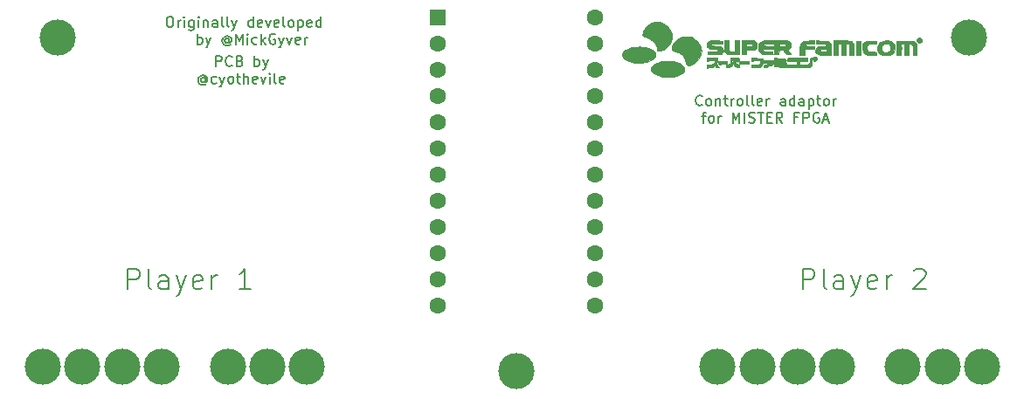
<source format=gbr>
%TF.GenerationSoftware,KiCad,Pcbnew,(5.1.10)-1*%
%TF.CreationDate,2021-09-23T19:24:58-05:00*%
%TF.ProjectId,SNES DAEMONBITE,534e4553-2044-4414-954d-4f4e42495445,rev?*%
%TF.SameCoordinates,Original*%
%TF.FileFunction,Soldermask,Top*%
%TF.FilePolarity,Negative*%
%FSLAX46Y46*%
G04 Gerber Fmt 4.6, Leading zero omitted, Abs format (unit mm)*
G04 Created by KiCad (PCBNEW (5.1.10)-1) date 2021-09-23 19:24:58*
%MOMM*%
%LPD*%
G01*
G04 APERTURE LIST*
%ADD10C,0.150000*%
%ADD11C,0.010000*%
%ADD12C,3.500000*%
%ADD13C,1.600000*%
%ADD14R,1.600000X1.600000*%
G04 APERTURE END LIST*
D10*
X201740238Y-102504761D02*
X201740238Y-100504761D01*
X202502142Y-100504761D01*
X202692619Y-100600000D01*
X202787857Y-100695238D01*
X202883095Y-100885714D01*
X202883095Y-101171428D01*
X202787857Y-101361904D01*
X202692619Y-101457142D01*
X202502142Y-101552380D01*
X201740238Y-101552380D01*
X204025952Y-102504761D02*
X203835476Y-102409523D01*
X203740238Y-102219047D01*
X203740238Y-100504761D01*
X205645000Y-102504761D02*
X205645000Y-101457142D01*
X205549761Y-101266666D01*
X205359285Y-101171428D01*
X204978333Y-101171428D01*
X204787857Y-101266666D01*
X205645000Y-102409523D02*
X205454523Y-102504761D01*
X204978333Y-102504761D01*
X204787857Y-102409523D01*
X204692619Y-102219047D01*
X204692619Y-102028571D01*
X204787857Y-101838095D01*
X204978333Y-101742857D01*
X205454523Y-101742857D01*
X205645000Y-101647619D01*
X206406904Y-101171428D02*
X206883095Y-102504761D01*
X207359285Y-101171428D02*
X206883095Y-102504761D01*
X206692619Y-102980952D01*
X206597380Y-103076190D01*
X206406904Y-103171428D01*
X208883095Y-102409523D02*
X208692619Y-102504761D01*
X208311666Y-102504761D01*
X208121190Y-102409523D01*
X208025952Y-102219047D01*
X208025952Y-101457142D01*
X208121190Y-101266666D01*
X208311666Y-101171428D01*
X208692619Y-101171428D01*
X208883095Y-101266666D01*
X208978333Y-101457142D01*
X208978333Y-101647619D01*
X208025952Y-101838095D01*
X209835476Y-102504761D02*
X209835476Y-101171428D01*
X209835476Y-101552380D02*
X209930714Y-101361904D01*
X210025952Y-101266666D01*
X210216428Y-101171428D01*
X210406904Y-101171428D01*
X212502142Y-100695238D02*
X212597380Y-100600000D01*
X212787857Y-100504761D01*
X213264047Y-100504761D01*
X213454523Y-100600000D01*
X213549761Y-100695238D01*
X213645000Y-100885714D01*
X213645000Y-101076190D01*
X213549761Y-101361904D01*
X212406904Y-102504761D01*
X213645000Y-102504761D01*
X136335238Y-102504761D02*
X136335238Y-100504761D01*
X137097142Y-100504761D01*
X137287619Y-100600000D01*
X137382857Y-100695238D01*
X137478095Y-100885714D01*
X137478095Y-101171428D01*
X137382857Y-101361904D01*
X137287619Y-101457142D01*
X137097142Y-101552380D01*
X136335238Y-101552380D01*
X138620952Y-102504761D02*
X138430476Y-102409523D01*
X138335238Y-102219047D01*
X138335238Y-100504761D01*
X140240000Y-102504761D02*
X140240000Y-101457142D01*
X140144761Y-101266666D01*
X139954285Y-101171428D01*
X139573333Y-101171428D01*
X139382857Y-101266666D01*
X140240000Y-102409523D02*
X140049523Y-102504761D01*
X139573333Y-102504761D01*
X139382857Y-102409523D01*
X139287619Y-102219047D01*
X139287619Y-102028571D01*
X139382857Y-101838095D01*
X139573333Y-101742857D01*
X140049523Y-101742857D01*
X140240000Y-101647619D01*
X141001904Y-101171428D02*
X141478095Y-102504761D01*
X141954285Y-101171428D02*
X141478095Y-102504761D01*
X141287619Y-102980952D01*
X141192380Y-103076190D01*
X141001904Y-103171428D01*
X143478095Y-102409523D02*
X143287619Y-102504761D01*
X142906666Y-102504761D01*
X142716190Y-102409523D01*
X142620952Y-102219047D01*
X142620952Y-101457142D01*
X142716190Y-101266666D01*
X142906666Y-101171428D01*
X143287619Y-101171428D01*
X143478095Y-101266666D01*
X143573333Y-101457142D01*
X143573333Y-101647619D01*
X142620952Y-101838095D01*
X144430476Y-102504761D02*
X144430476Y-101171428D01*
X144430476Y-101552380D02*
X144525714Y-101361904D01*
X144620952Y-101266666D01*
X144811428Y-101171428D01*
X145001904Y-101171428D01*
X148240000Y-102504761D02*
X147097142Y-102504761D01*
X147668571Y-102504761D02*
X147668571Y-100504761D01*
X147478095Y-100790476D01*
X147287619Y-100980952D01*
X147097142Y-101076190D01*
X191977142Y-84622142D02*
X191929523Y-84669761D01*
X191786666Y-84717380D01*
X191691428Y-84717380D01*
X191548571Y-84669761D01*
X191453333Y-84574523D01*
X191405714Y-84479285D01*
X191358095Y-84288809D01*
X191358095Y-84145952D01*
X191405714Y-83955476D01*
X191453333Y-83860238D01*
X191548571Y-83765000D01*
X191691428Y-83717380D01*
X191786666Y-83717380D01*
X191929523Y-83765000D01*
X191977142Y-83812619D01*
X192548571Y-84717380D02*
X192453333Y-84669761D01*
X192405714Y-84622142D01*
X192358095Y-84526904D01*
X192358095Y-84241190D01*
X192405714Y-84145952D01*
X192453333Y-84098333D01*
X192548571Y-84050714D01*
X192691428Y-84050714D01*
X192786666Y-84098333D01*
X192834285Y-84145952D01*
X192881904Y-84241190D01*
X192881904Y-84526904D01*
X192834285Y-84622142D01*
X192786666Y-84669761D01*
X192691428Y-84717380D01*
X192548571Y-84717380D01*
X193310476Y-84050714D02*
X193310476Y-84717380D01*
X193310476Y-84145952D02*
X193358095Y-84098333D01*
X193453333Y-84050714D01*
X193596190Y-84050714D01*
X193691428Y-84098333D01*
X193739047Y-84193571D01*
X193739047Y-84717380D01*
X194072380Y-84050714D02*
X194453333Y-84050714D01*
X194215238Y-83717380D02*
X194215238Y-84574523D01*
X194262857Y-84669761D01*
X194358095Y-84717380D01*
X194453333Y-84717380D01*
X194786666Y-84717380D02*
X194786666Y-84050714D01*
X194786666Y-84241190D02*
X194834285Y-84145952D01*
X194881904Y-84098333D01*
X194977142Y-84050714D01*
X195072380Y-84050714D01*
X195548571Y-84717380D02*
X195453333Y-84669761D01*
X195405714Y-84622142D01*
X195358095Y-84526904D01*
X195358095Y-84241190D01*
X195405714Y-84145952D01*
X195453333Y-84098333D01*
X195548571Y-84050714D01*
X195691428Y-84050714D01*
X195786666Y-84098333D01*
X195834285Y-84145952D01*
X195881904Y-84241190D01*
X195881904Y-84526904D01*
X195834285Y-84622142D01*
X195786666Y-84669761D01*
X195691428Y-84717380D01*
X195548571Y-84717380D01*
X196453333Y-84717380D02*
X196358095Y-84669761D01*
X196310476Y-84574523D01*
X196310476Y-83717380D01*
X196977142Y-84717380D02*
X196881904Y-84669761D01*
X196834285Y-84574523D01*
X196834285Y-83717380D01*
X197739047Y-84669761D02*
X197643809Y-84717380D01*
X197453333Y-84717380D01*
X197358095Y-84669761D01*
X197310476Y-84574523D01*
X197310476Y-84193571D01*
X197358095Y-84098333D01*
X197453333Y-84050714D01*
X197643809Y-84050714D01*
X197739047Y-84098333D01*
X197786666Y-84193571D01*
X197786666Y-84288809D01*
X197310476Y-84384047D01*
X198215238Y-84717380D02*
X198215238Y-84050714D01*
X198215238Y-84241190D02*
X198262857Y-84145952D01*
X198310476Y-84098333D01*
X198405714Y-84050714D01*
X198500952Y-84050714D01*
X200024761Y-84717380D02*
X200024761Y-84193571D01*
X199977142Y-84098333D01*
X199881904Y-84050714D01*
X199691428Y-84050714D01*
X199596190Y-84098333D01*
X200024761Y-84669761D02*
X199929523Y-84717380D01*
X199691428Y-84717380D01*
X199596190Y-84669761D01*
X199548571Y-84574523D01*
X199548571Y-84479285D01*
X199596190Y-84384047D01*
X199691428Y-84336428D01*
X199929523Y-84336428D01*
X200024761Y-84288809D01*
X200929523Y-84717380D02*
X200929523Y-83717380D01*
X200929523Y-84669761D02*
X200834285Y-84717380D01*
X200643809Y-84717380D01*
X200548571Y-84669761D01*
X200500952Y-84622142D01*
X200453333Y-84526904D01*
X200453333Y-84241190D01*
X200500952Y-84145952D01*
X200548571Y-84098333D01*
X200643809Y-84050714D01*
X200834285Y-84050714D01*
X200929523Y-84098333D01*
X201834285Y-84717380D02*
X201834285Y-84193571D01*
X201786666Y-84098333D01*
X201691428Y-84050714D01*
X201500952Y-84050714D01*
X201405714Y-84098333D01*
X201834285Y-84669761D02*
X201739047Y-84717380D01*
X201500952Y-84717380D01*
X201405714Y-84669761D01*
X201358095Y-84574523D01*
X201358095Y-84479285D01*
X201405714Y-84384047D01*
X201500952Y-84336428D01*
X201739047Y-84336428D01*
X201834285Y-84288809D01*
X202310476Y-84050714D02*
X202310476Y-85050714D01*
X202310476Y-84098333D02*
X202405714Y-84050714D01*
X202596190Y-84050714D01*
X202691428Y-84098333D01*
X202739047Y-84145952D01*
X202786666Y-84241190D01*
X202786666Y-84526904D01*
X202739047Y-84622142D01*
X202691428Y-84669761D01*
X202596190Y-84717380D01*
X202405714Y-84717380D01*
X202310476Y-84669761D01*
X203072380Y-84050714D02*
X203453333Y-84050714D01*
X203215238Y-83717380D02*
X203215238Y-84574523D01*
X203262857Y-84669761D01*
X203358095Y-84717380D01*
X203453333Y-84717380D01*
X203929523Y-84717380D02*
X203834285Y-84669761D01*
X203786666Y-84622142D01*
X203739047Y-84526904D01*
X203739047Y-84241190D01*
X203786666Y-84145952D01*
X203834285Y-84098333D01*
X203929523Y-84050714D01*
X204072380Y-84050714D01*
X204167619Y-84098333D01*
X204215238Y-84145952D01*
X204262857Y-84241190D01*
X204262857Y-84526904D01*
X204215238Y-84622142D01*
X204167619Y-84669761D01*
X204072380Y-84717380D01*
X203929523Y-84717380D01*
X204691428Y-84717380D02*
X204691428Y-84050714D01*
X204691428Y-84241190D02*
X204739047Y-84145952D01*
X204786666Y-84098333D01*
X204881904Y-84050714D01*
X204977142Y-84050714D01*
X191929523Y-85700714D02*
X192310476Y-85700714D01*
X192072380Y-86367380D02*
X192072380Y-85510238D01*
X192120000Y-85415000D01*
X192215238Y-85367380D01*
X192310476Y-85367380D01*
X192786666Y-86367380D02*
X192691428Y-86319761D01*
X192643809Y-86272142D01*
X192596190Y-86176904D01*
X192596190Y-85891190D01*
X192643809Y-85795952D01*
X192691428Y-85748333D01*
X192786666Y-85700714D01*
X192929523Y-85700714D01*
X193024761Y-85748333D01*
X193072380Y-85795952D01*
X193120000Y-85891190D01*
X193120000Y-86176904D01*
X193072380Y-86272142D01*
X193024761Y-86319761D01*
X192929523Y-86367380D01*
X192786666Y-86367380D01*
X193548571Y-86367380D02*
X193548571Y-85700714D01*
X193548571Y-85891190D02*
X193596190Y-85795952D01*
X193643809Y-85748333D01*
X193739047Y-85700714D01*
X193834285Y-85700714D01*
X194929523Y-86367380D02*
X194929523Y-85367380D01*
X195262857Y-86081666D01*
X195596190Y-85367380D01*
X195596190Y-86367380D01*
X196072380Y-86367380D02*
X196072380Y-85367380D01*
X196500952Y-86319761D02*
X196643809Y-86367380D01*
X196881904Y-86367380D01*
X196977142Y-86319761D01*
X197024761Y-86272142D01*
X197072380Y-86176904D01*
X197072380Y-86081666D01*
X197024761Y-85986428D01*
X196977142Y-85938809D01*
X196881904Y-85891190D01*
X196691428Y-85843571D01*
X196596190Y-85795952D01*
X196548571Y-85748333D01*
X196500952Y-85653095D01*
X196500952Y-85557857D01*
X196548571Y-85462619D01*
X196596190Y-85415000D01*
X196691428Y-85367380D01*
X196929523Y-85367380D01*
X197072380Y-85415000D01*
X197358095Y-85367380D02*
X197929523Y-85367380D01*
X197643809Y-86367380D02*
X197643809Y-85367380D01*
X198262857Y-85843571D02*
X198596190Y-85843571D01*
X198739047Y-86367380D02*
X198262857Y-86367380D01*
X198262857Y-85367380D01*
X198739047Y-85367380D01*
X199739047Y-86367380D02*
X199405714Y-85891190D01*
X199167619Y-86367380D02*
X199167619Y-85367380D01*
X199548571Y-85367380D01*
X199643809Y-85415000D01*
X199691428Y-85462619D01*
X199739047Y-85557857D01*
X199739047Y-85700714D01*
X199691428Y-85795952D01*
X199643809Y-85843571D01*
X199548571Y-85891190D01*
X199167619Y-85891190D01*
X201262857Y-85843571D02*
X200929523Y-85843571D01*
X200929523Y-86367380D02*
X200929523Y-85367380D01*
X201405714Y-85367380D01*
X201786666Y-86367380D02*
X201786666Y-85367380D01*
X202167619Y-85367380D01*
X202262857Y-85415000D01*
X202310476Y-85462619D01*
X202358095Y-85557857D01*
X202358095Y-85700714D01*
X202310476Y-85795952D01*
X202262857Y-85843571D01*
X202167619Y-85891190D01*
X201786666Y-85891190D01*
X203310476Y-85415000D02*
X203215238Y-85367380D01*
X203072380Y-85367380D01*
X202929523Y-85415000D01*
X202834285Y-85510238D01*
X202786666Y-85605476D01*
X202739047Y-85795952D01*
X202739047Y-85938809D01*
X202786666Y-86129285D01*
X202834285Y-86224523D01*
X202929523Y-86319761D01*
X203072380Y-86367380D01*
X203167619Y-86367380D01*
X203310476Y-86319761D01*
X203358095Y-86272142D01*
X203358095Y-85938809D01*
X203167619Y-85938809D01*
X203739047Y-86081666D02*
X204215238Y-86081666D01*
X203643809Y-86367380D02*
X203977142Y-85367380D01*
X204310476Y-86367380D01*
X144843809Y-80907380D02*
X144843809Y-79907380D01*
X145224761Y-79907380D01*
X145320000Y-79955000D01*
X145367619Y-80002619D01*
X145415238Y-80097857D01*
X145415238Y-80240714D01*
X145367619Y-80335952D01*
X145320000Y-80383571D01*
X145224761Y-80431190D01*
X144843809Y-80431190D01*
X146415238Y-80812142D02*
X146367619Y-80859761D01*
X146224761Y-80907380D01*
X146129523Y-80907380D01*
X145986666Y-80859761D01*
X145891428Y-80764523D01*
X145843809Y-80669285D01*
X145796190Y-80478809D01*
X145796190Y-80335952D01*
X145843809Y-80145476D01*
X145891428Y-80050238D01*
X145986666Y-79955000D01*
X146129523Y-79907380D01*
X146224761Y-79907380D01*
X146367619Y-79955000D01*
X146415238Y-80002619D01*
X147177142Y-80383571D02*
X147320000Y-80431190D01*
X147367619Y-80478809D01*
X147415238Y-80574047D01*
X147415238Y-80716904D01*
X147367619Y-80812142D01*
X147320000Y-80859761D01*
X147224761Y-80907380D01*
X146843809Y-80907380D01*
X146843809Y-79907380D01*
X147177142Y-79907380D01*
X147272380Y-79955000D01*
X147320000Y-80002619D01*
X147367619Y-80097857D01*
X147367619Y-80193095D01*
X147320000Y-80288333D01*
X147272380Y-80335952D01*
X147177142Y-80383571D01*
X146843809Y-80383571D01*
X148605714Y-80907380D02*
X148605714Y-79907380D01*
X148605714Y-80288333D02*
X148700952Y-80240714D01*
X148891428Y-80240714D01*
X148986666Y-80288333D01*
X149034285Y-80335952D01*
X149081904Y-80431190D01*
X149081904Y-80716904D01*
X149034285Y-80812142D01*
X148986666Y-80859761D01*
X148891428Y-80907380D01*
X148700952Y-80907380D01*
X148605714Y-80859761D01*
X149415238Y-80240714D02*
X149653333Y-80907380D01*
X149891428Y-80240714D02*
X149653333Y-80907380D01*
X149558095Y-81145476D01*
X149510476Y-81193095D01*
X149415238Y-81240714D01*
X143796190Y-82081190D02*
X143748571Y-82033571D01*
X143653333Y-81985952D01*
X143558095Y-81985952D01*
X143462857Y-82033571D01*
X143415238Y-82081190D01*
X143367619Y-82176428D01*
X143367619Y-82271666D01*
X143415238Y-82366904D01*
X143462857Y-82414523D01*
X143558095Y-82462142D01*
X143653333Y-82462142D01*
X143748571Y-82414523D01*
X143796190Y-82366904D01*
X143796190Y-81985952D02*
X143796190Y-82366904D01*
X143843809Y-82414523D01*
X143891428Y-82414523D01*
X143986666Y-82366904D01*
X144034285Y-82271666D01*
X144034285Y-82033571D01*
X143939047Y-81890714D01*
X143796190Y-81795476D01*
X143605714Y-81747857D01*
X143415238Y-81795476D01*
X143272380Y-81890714D01*
X143177142Y-82033571D01*
X143129523Y-82224047D01*
X143177142Y-82414523D01*
X143272380Y-82557380D01*
X143415238Y-82652619D01*
X143605714Y-82700238D01*
X143796190Y-82652619D01*
X143939047Y-82557380D01*
X144891428Y-82509761D02*
X144796190Y-82557380D01*
X144605714Y-82557380D01*
X144510476Y-82509761D01*
X144462857Y-82462142D01*
X144415238Y-82366904D01*
X144415238Y-82081190D01*
X144462857Y-81985952D01*
X144510476Y-81938333D01*
X144605714Y-81890714D01*
X144796190Y-81890714D01*
X144891428Y-81938333D01*
X145224761Y-81890714D02*
X145462857Y-82557380D01*
X145700952Y-81890714D02*
X145462857Y-82557380D01*
X145367619Y-82795476D01*
X145320000Y-82843095D01*
X145224761Y-82890714D01*
X146224761Y-82557380D02*
X146129523Y-82509761D01*
X146081904Y-82462142D01*
X146034285Y-82366904D01*
X146034285Y-82081190D01*
X146081904Y-81985952D01*
X146129523Y-81938333D01*
X146224761Y-81890714D01*
X146367619Y-81890714D01*
X146462857Y-81938333D01*
X146510476Y-81985952D01*
X146558095Y-82081190D01*
X146558095Y-82366904D01*
X146510476Y-82462142D01*
X146462857Y-82509761D01*
X146367619Y-82557380D01*
X146224761Y-82557380D01*
X146843809Y-81890714D02*
X147224761Y-81890714D01*
X146986666Y-81557380D02*
X146986666Y-82414523D01*
X147034285Y-82509761D01*
X147129523Y-82557380D01*
X147224761Y-82557380D01*
X147558095Y-82557380D02*
X147558095Y-81557380D01*
X147986666Y-82557380D02*
X147986666Y-82033571D01*
X147939047Y-81938333D01*
X147843809Y-81890714D01*
X147700952Y-81890714D01*
X147605714Y-81938333D01*
X147558095Y-81985952D01*
X148843809Y-82509761D02*
X148748571Y-82557380D01*
X148558095Y-82557380D01*
X148462857Y-82509761D01*
X148415238Y-82414523D01*
X148415238Y-82033571D01*
X148462857Y-81938333D01*
X148558095Y-81890714D01*
X148748571Y-81890714D01*
X148843809Y-81938333D01*
X148891428Y-82033571D01*
X148891428Y-82128809D01*
X148415238Y-82224047D01*
X149224761Y-81890714D02*
X149462857Y-82557380D01*
X149700952Y-81890714D01*
X150081904Y-82557380D02*
X150081904Y-81890714D01*
X150081904Y-81557380D02*
X150034285Y-81605000D01*
X150081904Y-81652619D01*
X150129523Y-81605000D01*
X150081904Y-81557380D01*
X150081904Y-81652619D01*
X150700952Y-82557380D02*
X150605714Y-82509761D01*
X150558095Y-82414523D01*
X150558095Y-81557380D01*
X151462857Y-82509761D02*
X151367619Y-82557380D01*
X151177142Y-82557380D01*
X151081904Y-82509761D01*
X151034285Y-82414523D01*
X151034285Y-82033571D01*
X151081904Y-81938333D01*
X151177142Y-81890714D01*
X151367619Y-81890714D01*
X151462857Y-81938333D01*
X151510476Y-82033571D01*
X151510476Y-82128809D01*
X151034285Y-82224047D01*
X140312142Y-76097380D02*
X140502619Y-76097380D01*
X140597857Y-76145000D01*
X140693095Y-76240238D01*
X140740714Y-76430714D01*
X140740714Y-76764047D01*
X140693095Y-76954523D01*
X140597857Y-77049761D01*
X140502619Y-77097380D01*
X140312142Y-77097380D01*
X140216904Y-77049761D01*
X140121666Y-76954523D01*
X140074047Y-76764047D01*
X140074047Y-76430714D01*
X140121666Y-76240238D01*
X140216904Y-76145000D01*
X140312142Y-76097380D01*
X141169285Y-77097380D02*
X141169285Y-76430714D01*
X141169285Y-76621190D02*
X141216904Y-76525952D01*
X141264523Y-76478333D01*
X141359761Y-76430714D01*
X141455000Y-76430714D01*
X141788333Y-77097380D02*
X141788333Y-76430714D01*
X141788333Y-76097380D02*
X141740714Y-76145000D01*
X141788333Y-76192619D01*
X141835952Y-76145000D01*
X141788333Y-76097380D01*
X141788333Y-76192619D01*
X142693095Y-76430714D02*
X142693095Y-77240238D01*
X142645476Y-77335476D01*
X142597857Y-77383095D01*
X142502619Y-77430714D01*
X142359761Y-77430714D01*
X142264523Y-77383095D01*
X142693095Y-77049761D02*
X142597857Y-77097380D01*
X142407380Y-77097380D01*
X142312142Y-77049761D01*
X142264523Y-77002142D01*
X142216904Y-76906904D01*
X142216904Y-76621190D01*
X142264523Y-76525952D01*
X142312142Y-76478333D01*
X142407380Y-76430714D01*
X142597857Y-76430714D01*
X142693095Y-76478333D01*
X143169285Y-77097380D02*
X143169285Y-76430714D01*
X143169285Y-76097380D02*
X143121666Y-76145000D01*
X143169285Y-76192619D01*
X143216904Y-76145000D01*
X143169285Y-76097380D01*
X143169285Y-76192619D01*
X143645476Y-76430714D02*
X143645476Y-77097380D01*
X143645476Y-76525952D02*
X143693095Y-76478333D01*
X143788333Y-76430714D01*
X143931190Y-76430714D01*
X144026428Y-76478333D01*
X144074047Y-76573571D01*
X144074047Y-77097380D01*
X144978809Y-77097380D02*
X144978809Y-76573571D01*
X144931190Y-76478333D01*
X144835952Y-76430714D01*
X144645476Y-76430714D01*
X144550238Y-76478333D01*
X144978809Y-77049761D02*
X144883571Y-77097380D01*
X144645476Y-77097380D01*
X144550238Y-77049761D01*
X144502619Y-76954523D01*
X144502619Y-76859285D01*
X144550238Y-76764047D01*
X144645476Y-76716428D01*
X144883571Y-76716428D01*
X144978809Y-76668809D01*
X145597857Y-77097380D02*
X145502619Y-77049761D01*
X145455000Y-76954523D01*
X145455000Y-76097380D01*
X146121666Y-77097380D02*
X146026428Y-77049761D01*
X145978809Y-76954523D01*
X145978809Y-76097380D01*
X146407380Y-76430714D02*
X146645476Y-77097380D01*
X146883571Y-76430714D02*
X146645476Y-77097380D01*
X146550238Y-77335476D01*
X146502619Y-77383095D01*
X146407380Y-77430714D01*
X148455000Y-77097380D02*
X148455000Y-76097380D01*
X148455000Y-77049761D02*
X148359761Y-77097380D01*
X148169285Y-77097380D01*
X148074047Y-77049761D01*
X148026428Y-77002142D01*
X147978809Y-76906904D01*
X147978809Y-76621190D01*
X148026428Y-76525952D01*
X148074047Y-76478333D01*
X148169285Y-76430714D01*
X148359761Y-76430714D01*
X148455000Y-76478333D01*
X149312142Y-77049761D02*
X149216904Y-77097380D01*
X149026428Y-77097380D01*
X148931190Y-77049761D01*
X148883571Y-76954523D01*
X148883571Y-76573571D01*
X148931190Y-76478333D01*
X149026428Y-76430714D01*
X149216904Y-76430714D01*
X149312142Y-76478333D01*
X149359761Y-76573571D01*
X149359761Y-76668809D01*
X148883571Y-76764047D01*
X149693095Y-76430714D02*
X149931190Y-77097380D01*
X150169285Y-76430714D01*
X150931190Y-77049761D02*
X150835952Y-77097380D01*
X150645476Y-77097380D01*
X150550238Y-77049761D01*
X150502619Y-76954523D01*
X150502619Y-76573571D01*
X150550238Y-76478333D01*
X150645476Y-76430714D01*
X150835952Y-76430714D01*
X150931190Y-76478333D01*
X150978809Y-76573571D01*
X150978809Y-76668809D01*
X150502619Y-76764047D01*
X151550238Y-77097380D02*
X151455000Y-77049761D01*
X151407380Y-76954523D01*
X151407380Y-76097380D01*
X152074047Y-77097380D02*
X151978809Y-77049761D01*
X151931190Y-77002142D01*
X151883571Y-76906904D01*
X151883571Y-76621190D01*
X151931190Y-76525952D01*
X151978809Y-76478333D01*
X152074047Y-76430714D01*
X152216904Y-76430714D01*
X152312142Y-76478333D01*
X152359761Y-76525952D01*
X152407380Y-76621190D01*
X152407380Y-76906904D01*
X152359761Y-77002142D01*
X152312142Y-77049761D01*
X152216904Y-77097380D01*
X152074047Y-77097380D01*
X152835952Y-76430714D02*
X152835952Y-77430714D01*
X152835952Y-76478333D02*
X152931190Y-76430714D01*
X153121666Y-76430714D01*
X153216904Y-76478333D01*
X153264523Y-76525952D01*
X153312142Y-76621190D01*
X153312142Y-76906904D01*
X153264523Y-77002142D01*
X153216904Y-77049761D01*
X153121666Y-77097380D01*
X152931190Y-77097380D01*
X152835952Y-77049761D01*
X154121666Y-77049761D02*
X154026428Y-77097380D01*
X153835952Y-77097380D01*
X153740714Y-77049761D01*
X153693095Y-76954523D01*
X153693095Y-76573571D01*
X153740714Y-76478333D01*
X153835952Y-76430714D01*
X154026428Y-76430714D01*
X154121666Y-76478333D01*
X154169285Y-76573571D01*
X154169285Y-76668809D01*
X153693095Y-76764047D01*
X155026428Y-77097380D02*
X155026428Y-76097380D01*
X155026428Y-77049761D02*
X154931190Y-77097380D01*
X154740714Y-77097380D01*
X154645476Y-77049761D01*
X154597857Y-77002142D01*
X154550238Y-76906904D01*
X154550238Y-76621190D01*
X154597857Y-76525952D01*
X154645476Y-76478333D01*
X154740714Y-76430714D01*
X154931190Y-76430714D01*
X155026428Y-76478333D01*
X143074047Y-78747380D02*
X143074047Y-77747380D01*
X143074047Y-78128333D02*
X143169285Y-78080714D01*
X143359761Y-78080714D01*
X143455000Y-78128333D01*
X143502619Y-78175952D01*
X143550238Y-78271190D01*
X143550238Y-78556904D01*
X143502619Y-78652142D01*
X143455000Y-78699761D01*
X143359761Y-78747380D01*
X143169285Y-78747380D01*
X143074047Y-78699761D01*
X143883571Y-78080714D02*
X144121666Y-78747380D01*
X144359761Y-78080714D02*
X144121666Y-78747380D01*
X144026428Y-78985476D01*
X143978809Y-79033095D01*
X143883571Y-79080714D01*
X146121666Y-78271190D02*
X146074047Y-78223571D01*
X145978809Y-78175952D01*
X145883571Y-78175952D01*
X145788333Y-78223571D01*
X145740714Y-78271190D01*
X145693095Y-78366428D01*
X145693095Y-78461666D01*
X145740714Y-78556904D01*
X145788333Y-78604523D01*
X145883571Y-78652142D01*
X145978809Y-78652142D01*
X146074047Y-78604523D01*
X146121666Y-78556904D01*
X146121666Y-78175952D02*
X146121666Y-78556904D01*
X146169285Y-78604523D01*
X146216904Y-78604523D01*
X146312142Y-78556904D01*
X146359761Y-78461666D01*
X146359761Y-78223571D01*
X146264523Y-78080714D01*
X146121666Y-77985476D01*
X145931190Y-77937857D01*
X145740714Y-77985476D01*
X145597857Y-78080714D01*
X145502619Y-78223571D01*
X145455000Y-78414047D01*
X145502619Y-78604523D01*
X145597857Y-78747380D01*
X145740714Y-78842619D01*
X145931190Y-78890238D01*
X146121666Y-78842619D01*
X146264523Y-78747380D01*
X146788333Y-78747380D02*
X146788333Y-77747380D01*
X147121666Y-78461666D01*
X147455000Y-77747380D01*
X147455000Y-78747380D01*
X147931190Y-78747380D02*
X147931190Y-78080714D01*
X147931190Y-77747380D02*
X147883571Y-77795000D01*
X147931190Y-77842619D01*
X147978809Y-77795000D01*
X147931190Y-77747380D01*
X147931190Y-77842619D01*
X148835952Y-78699761D02*
X148740714Y-78747380D01*
X148550238Y-78747380D01*
X148455000Y-78699761D01*
X148407380Y-78652142D01*
X148359761Y-78556904D01*
X148359761Y-78271190D01*
X148407380Y-78175952D01*
X148455000Y-78128333D01*
X148550238Y-78080714D01*
X148740714Y-78080714D01*
X148835952Y-78128333D01*
X149264523Y-78747380D02*
X149264523Y-77747380D01*
X149359761Y-78366428D02*
X149645476Y-78747380D01*
X149645476Y-78080714D02*
X149264523Y-78461666D01*
X150597857Y-77795000D02*
X150502619Y-77747380D01*
X150359761Y-77747380D01*
X150216904Y-77795000D01*
X150121666Y-77890238D01*
X150074047Y-77985476D01*
X150026428Y-78175952D01*
X150026428Y-78318809D01*
X150074047Y-78509285D01*
X150121666Y-78604523D01*
X150216904Y-78699761D01*
X150359761Y-78747380D01*
X150455000Y-78747380D01*
X150597857Y-78699761D01*
X150645476Y-78652142D01*
X150645476Y-78318809D01*
X150455000Y-78318809D01*
X150978809Y-78080714D02*
X151216904Y-78747380D01*
X151455000Y-78080714D02*
X151216904Y-78747380D01*
X151121666Y-78985476D01*
X151074047Y-79033095D01*
X150978809Y-79080714D01*
X151740714Y-78080714D02*
X151978809Y-78747380D01*
X152216904Y-78080714D01*
X152978809Y-78699761D02*
X152883571Y-78747380D01*
X152693095Y-78747380D01*
X152597857Y-78699761D01*
X152550238Y-78604523D01*
X152550238Y-78223571D01*
X152597857Y-78128333D01*
X152693095Y-78080714D01*
X152883571Y-78080714D01*
X152978809Y-78128333D01*
X153026428Y-78223571D01*
X153026428Y-78318809D01*
X152550238Y-78414047D01*
X153455000Y-78747380D02*
X153455000Y-78080714D01*
X153455000Y-78271190D02*
X153502619Y-78175952D01*
X153550238Y-78128333D01*
X153645476Y-78080714D01*
X153740714Y-78080714D01*
D11*
%TO.C,G\u002A\u002A\u002A*%
G36*
X188885285Y-80385168D02*
G01*
X189197971Y-80421277D01*
X189478939Y-80486589D01*
X189723816Y-80576683D01*
X189928228Y-80687135D01*
X190087802Y-80813522D01*
X190198167Y-80951423D01*
X190254948Y-81096414D01*
X190253773Y-81244072D01*
X190190269Y-81389976D01*
X190060063Y-81529702D01*
X190035864Y-81548823D01*
X189792898Y-81694956D01*
X189497442Y-81807868D01*
X189162711Y-81885151D01*
X188801921Y-81924397D01*
X188428285Y-81923199D01*
X188143142Y-81893651D01*
X187909454Y-81849105D01*
X187705442Y-81785151D01*
X187488463Y-81688417D01*
X187488285Y-81688330D01*
X187273331Y-81556821D01*
X187126486Y-81411674D01*
X187048308Y-81257634D01*
X187039355Y-81099447D01*
X187100184Y-80941858D01*
X187231352Y-80789613D01*
X187370496Y-80685434D01*
X187668234Y-80536080D01*
X188016623Y-80435405D01*
X188411808Y-80384173D01*
X188849937Y-80383147D01*
X188885285Y-80385168D01*
G37*
X188885285Y-80385168D02*
X189197971Y-80421277D01*
X189478939Y-80486589D01*
X189723816Y-80576683D01*
X189928228Y-80687135D01*
X190087802Y-80813522D01*
X190198167Y-80951423D01*
X190254948Y-81096414D01*
X190253773Y-81244072D01*
X190190269Y-81389976D01*
X190060063Y-81529702D01*
X190035864Y-81548823D01*
X189792898Y-81694956D01*
X189497442Y-81807868D01*
X189162711Y-81885151D01*
X188801921Y-81924397D01*
X188428285Y-81923199D01*
X188143142Y-81893651D01*
X187909454Y-81849105D01*
X187705442Y-81785151D01*
X187488463Y-81688417D01*
X187488285Y-81688330D01*
X187273331Y-81556821D01*
X187126486Y-81411674D01*
X187048308Y-81257634D01*
X187039355Y-81099447D01*
X187100184Y-80941858D01*
X187231352Y-80789613D01*
X187370496Y-80685434D01*
X187668234Y-80536080D01*
X188016623Y-80435405D01*
X188411808Y-80384173D01*
X188849937Y-80383147D01*
X188885285Y-80385168D01*
G36*
X193418449Y-80291215D02*
G01*
X193412282Y-80419380D01*
X193399144Y-80526378D01*
X193387960Y-80571341D01*
X193385140Y-80637704D01*
X193426284Y-80729107D01*
X193481224Y-80811532D01*
X193547049Y-80906848D01*
X193591067Y-80977662D01*
X193602428Y-81003120D01*
X193570270Y-81017625D01*
X193490210Y-81025519D01*
X193461459Y-81026000D01*
X193353333Y-81013469D01*
X193284433Y-80966678D01*
X193260844Y-80934971D01*
X193201199Y-80843941D01*
X193090534Y-80925760D01*
X193012452Y-80971415D01*
X192915424Y-80999710D01*
X192777822Y-81015797D01*
X192692434Y-81020631D01*
X192405000Y-81033684D01*
X192405000Y-80735714D01*
X192642659Y-80735714D01*
X192851106Y-80715421D01*
X193018663Y-80657958D01*
X193136858Y-80568456D01*
X193197218Y-80452043D01*
X193203285Y-80396313D01*
X193198497Y-80365649D01*
X193175600Y-80346634D01*
X193121794Y-80337509D01*
X193024283Y-80336519D01*
X192870265Y-80341905D01*
X192822285Y-80344004D01*
X192441285Y-80360949D01*
X192441285Y-80082572D01*
X193421000Y-80082572D01*
X193418449Y-80291215D01*
G37*
X193418449Y-80291215D02*
X193412282Y-80419380D01*
X193399144Y-80526378D01*
X193387960Y-80571341D01*
X193385140Y-80637704D01*
X193426284Y-80729107D01*
X193481224Y-80811532D01*
X193547049Y-80906848D01*
X193591067Y-80977662D01*
X193602428Y-81003120D01*
X193570270Y-81017625D01*
X193490210Y-81025519D01*
X193461459Y-81026000D01*
X193353333Y-81013469D01*
X193284433Y-80966678D01*
X193260844Y-80934971D01*
X193201199Y-80843941D01*
X193090534Y-80925760D01*
X193012452Y-80971415D01*
X192915424Y-80999710D01*
X192777822Y-81015797D01*
X192692434Y-81020631D01*
X192405000Y-81033684D01*
X192405000Y-80735714D01*
X192642659Y-80735714D01*
X192851106Y-80715421D01*
X193018663Y-80657958D01*
X193136858Y-80568456D01*
X193197218Y-80452043D01*
X193203285Y-80396313D01*
X193198497Y-80365649D01*
X193175600Y-80346634D01*
X193121794Y-80337509D01*
X193024283Y-80336519D01*
X192870265Y-80341905D01*
X192822285Y-80344004D01*
X192441285Y-80360949D01*
X192441285Y-80082572D01*
X193421000Y-80082572D01*
X193418449Y-80291215D01*
G36*
X194808928Y-80089344D02*
G01*
X194874161Y-80098613D01*
X194910386Y-80122341D01*
X194927585Y-80178433D01*
X194935737Y-80284798D01*
X194937464Y-80319954D01*
X194927924Y-80548167D01*
X194877275Y-80732914D01*
X194788317Y-80865268D01*
X194758424Y-80890618D01*
X194676515Y-80934953D01*
X194569212Y-80973271D01*
X194461353Y-80999159D01*
X194377776Y-81006204D01*
X194347279Y-80996756D01*
X194334192Y-80950760D01*
X194328184Y-80864726D01*
X194328142Y-80856667D01*
X194336034Y-80773126D01*
X194369750Y-80740124D01*
X194413963Y-80735714D01*
X194502756Y-80713583D01*
X194595392Y-80660509D01*
X194646257Y-80613658D01*
X194675037Y-80559596D01*
X194687893Y-80477128D01*
X194690989Y-80345057D01*
X194691000Y-80331639D01*
X194691000Y-80077974D01*
X194808928Y-80089344D01*
G37*
X194808928Y-80089344D02*
X194874161Y-80098613D01*
X194910386Y-80122341D01*
X194927585Y-80178433D01*
X194935737Y-80284798D01*
X194937464Y-80319954D01*
X194927924Y-80548167D01*
X194877275Y-80732914D01*
X194788317Y-80865268D01*
X194758424Y-80890618D01*
X194676515Y-80934953D01*
X194569212Y-80973271D01*
X194461353Y-80999159D01*
X194377776Y-81006204D01*
X194347279Y-80996756D01*
X194334192Y-80950760D01*
X194328184Y-80864726D01*
X194328142Y-80856667D01*
X194336034Y-80773126D01*
X194369750Y-80740124D01*
X194413963Y-80735714D01*
X194502756Y-80713583D01*
X194595392Y-80660509D01*
X194646257Y-80613658D01*
X194675037Y-80559596D01*
X194687893Y-80477128D01*
X194690989Y-80345057D01*
X194691000Y-80331639D01*
X194691000Y-80077974D01*
X194808928Y-80089344D01*
G36*
X195198284Y-80092188D02*
G01*
X195233816Y-80126387D01*
X195236389Y-80146072D01*
X195240500Y-80190221D01*
X195259760Y-80170848D01*
X195274478Y-80146072D01*
X195338568Y-80098277D01*
X195433564Y-80083675D01*
X195524614Y-80104748D01*
X195554600Y-80126115D01*
X195595150Y-80212238D01*
X195579821Y-80313482D01*
X195522792Y-80393516D01*
X195466138Y-80437035D01*
X195416649Y-80438734D01*
X195341363Y-80400827D01*
X195235285Y-80339947D01*
X195235841Y-80456188D01*
X195244065Y-80550015D01*
X195263055Y-80612354D01*
X195334939Y-80674266D01*
X195440124Y-80721292D01*
X195523186Y-80735714D01*
X195572066Y-80747112D01*
X195593706Y-80794192D01*
X195598142Y-80880857D01*
X195592831Y-80968847D01*
X195566710Y-81013076D01*
X195504501Y-81020764D01*
X195390925Y-80999129D01*
X195362285Y-80992301D01*
X195206838Y-80937939D01*
X195097274Y-80855001D01*
X195027345Y-80733045D01*
X194990799Y-80561634D01*
X194981285Y-80355880D01*
X194981285Y-80245857D01*
X195380428Y-80245857D01*
X195398840Y-80291017D01*
X195419435Y-80293331D01*
X195456924Y-80255870D01*
X195458442Y-80245857D01*
X195430193Y-80203311D01*
X195419435Y-80198384D01*
X195386349Y-80215899D01*
X195380428Y-80245857D01*
X194981285Y-80245857D01*
X194981285Y-80082572D01*
X195108285Y-80082572D01*
X195198284Y-80092188D01*
G37*
X195198284Y-80092188D02*
X195233816Y-80126387D01*
X195236389Y-80146072D01*
X195240500Y-80190221D01*
X195259760Y-80170848D01*
X195274478Y-80146072D01*
X195338568Y-80098277D01*
X195433564Y-80083675D01*
X195524614Y-80104748D01*
X195554600Y-80126115D01*
X195595150Y-80212238D01*
X195579821Y-80313482D01*
X195522792Y-80393516D01*
X195466138Y-80437035D01*
X195416649Y-80438734D01*
X195341363Y-80400827D01*
X195235285Y-80339947D01*
X195235841Y-80456188D01*
X195244065Y-80550015D01*
X195263055Y-80612354D01*
X195334939Y-80674266D01*
X195440124Y-80721292D01*
X195523186Y-80735714D01*
X195572066Y-80747112D01*
X195593706Y-80794192D01*
X195598142Y-80880857D01*
X195592831Y-80968847D01*
X195566710Y-81013076D01*
X195504501Y-81020764D01*
X195390925Y-80999129D01*
X195362285Y-80992301D01*
X195206838Y-80937939D01*
X195097274Y-80855001D01*
X195027345Y-80733045D01*
X194990799Y-80561634D01*
X194981285Y-80355880D01*
X194981285Y-80245857D01*
X195380428Y-80245857D01*
X195398840Y-80291017D01*
X195419435Y-80293331D01*
X195456924Y-80255870D01*
X195458442Y-80245857D01*
X195430193Y-80203311D01*
X195419435Y-80198384D01*
X195386349Y-80215899D01*
X195380428Y-80245857D01*
X194981285Y-80245857D01*
X194981285Y-80082572D01*
X195108285Y-80082572D01*
X195198284Y-80092188D01*
G36*
X197829714Y-80100715D02*
G01*
X197840515Y-80327429D01*
X197829666Y-80562194D01*
X197770393Y-80745991D01*
X197659928Y-80881429D01*
X197495500Y-80971113D01*
X197274342Y-81017652D01*
X197098591Y-81026000D01*
X196959655Y-81023171D01*
X196850105Y-81015662D01*
X196789047Y-81004939D01*
X196783476Y-81001810D01*
X196766872Y-80952013D01*
X196759327Y-80863851D01*
X196759285Y-80856667D01*
X196759285Y-80735714D01*
X197083833Y-80735714D01*
X197244952Y-80733561D01*
X197352190Y-80724671D01*
X197424175Y-80705400D01*
X197479530Y-80672105D01*
X197501158Y-80654072D01*
X197574300Y-80559010D01*
X197617679Y-80448978D01*
X197641423Y-80325526D01*
X197182211Y-80345358D01*
X196723000Y-80365190D01*
X196723000Y-80080681D01*
X197829714Y-80100715D01*
G37*
X197829714Y-80100715D02*
X197840515Y-80327429D01*
X197829666Y-80562194D01*
X197770393Y-80745991D01*
X197659928Y-80881429D01*
X197495500Y-80971113D01*
X197274342Y-81017652D01*
X197098591Y-81026000D01*
X196959655Y-81023171D01*
X196850105Y-81015662D01*
X196789047Y-81004939D01*
X196783476Y-81001810D01*
X196766872Y-80952013D01*
X196759327Y-80863851D01*
X196759285Y-80856667D01*
X196759285Y-80735714D01*
X197083833Y-80735714D01*
X197244952Y-80733561D01*
X197352190Y-80724671D01*
X197424175Y-80705400D01*
X197479530Y-80672105D01*
X197501158Y-80654072D01*
X197574300Y-80559010D01*
X197617679Y-80448978D01*
X197641423Y-80325526D01*
X197182211Y-80345358D01*
X196723000Y-80365190D01*
X196723000Y-80080681D01*
X197829714Y-80100715D01*
G36*
X198863857Y-80498926D02*
G01*
X198860373Y-80615992D01*
X198843324Y-80684055D01*
X198802816Y-80726592D01*
X198756802Y-80752926D01*
X198654756Y-80792494D01*
X198565310Y-80808286D01*
X198483232Y-80836050D01*
X198394989Y-80906563D01*
X198385354Y-80917143D01*
X198307750Y-80989261D01*
X198222472Y-81020443D01*
X198127156Y-81026000D01*
X198009143Y-81015695D01*
X197949983Y-80982487D01*
X197942453Y-80968604D01*
X197915766Y-80864782D01*
X197939734Y-80803016D01*
X198022460Y-80772328D01*
X198092785Y-80764917D01*
X198200053Y-80752881D01*
X198254373Y-80728315D01*
X198275310Y-80681531D01*
X198276509Y-80673957D01*
X198292094Y-80627534D01*
X198334125Y-80600982D01*
X198420672Y-80586588D01*
X198494224Y-80581032D01*
X198541792Y-80575587D01*
X198522896Y-80570109D01*
X198443642Y-80565200D01*
X198310134Y-80561462D01*
X198292357Y-80561147D01*
X197884142Y-80554286D01*
X197884142Y-80300286D01*
X198863857Y-80300286D01*
X198863857Y-80498926D01*
G37*
X198863857Y-80498926D02*
X198860373Y-80615992D01*
X198843324Y-80684055D01*
X198802816Y-80726592D01*
X198756802Y-80752926D01*
X198654756Y-80792494D01*
X198565310Y-80808286D01*
X198483232Y-80836050D01*
X198394989Y-80906563D01*
X198385354Y-80917143D01*
X198307750Y-80989261D01*
X198222472Y-81020443D01*
X198127156Y-81026000D01*
X198009143Y-81015695D01*
X197949983Y-80982487D01*
X197942453Y-80968604D01*
X197915766Y-80864782D01*
X197939734Y-80803016D01*
X198022460Y-80772328D01*
X198092785Y-80764917D01*
X198200053Y-80752881D01*
X198254373Y-80728315D01*
X198275310Y-80681531D01*
X198276509Y-80673957D01*
X198292094Y-80627534D01*
X198334125Y-80600982D01*
X198420672Y-80586588D01*
X198494224Y-80581032D01*
X198541792Y-80575587D01*
X198522896Y-80570109D01*
X198443642Y-80565200D01*
X198310134Y-80561462D01*
X198292357Y-80561147D01*
X197884142Y-80554286D01*
X197884142Y-80300286D01*
X198863857Y-80300286D01*
X198863857Y-80498926D01*
G36*
X199199500Y-80676783D02*
G01*
X199367951Y-80693626D01*
X199568119Y-80715722D01*
X199759802Y-80738613D01*
X199780071Y-80741169D01*
X200097571Y-80781495D01*
X200097571Y-80903747D01*
X200091487Y-80986484D01*
X200058769Y-81018477D01*
X199979643Y-81021461D01*
X199891451Y-81014361D01*
X199754915Y-80999190D01*
X199593456Y-80978648D01*
X199517000Y-80968101D01*
X199300903Y-80937480D01*
X199146297Y-80914110D01*
X199042916Y-80894404D01*
X198980495Y-80874773D01*
X198948766Y-80851628D01*
X198937464Y-80821380D01*
X198936324Y-80780440D01*
X198936428Y-80765145D01*
X198936428Y-80652722D01*
X199199500Y-80676783D01*
G37*
X199199500Y-80676783D02*
X199367951Y-80693626D01*
X199568119Y-80715722D01*
X199759802Y-80738613D01*
X199780071Y-80741169D01*
X200097571Y-80781495D01*
X200097571Y-80903747D01*
X200091487Y-80986484D01*
X200058769Y-81018477D01*
X199979643Y-81021461D01*
X199891451Y-81014361D01*
X199754915Y-80999190D01*
X199593456Y-80978648D01*
X199517000Y-80968101D01*
X199300903Y-80937480D01*
X199146297Y-80914110D01*
X199042916Y-80894404D01*
X198980495Y-80874773D01*
X198948766Y-80851628D01*
X198937464Y-80821380D01*
X198936324Y-80780440D01*
X198936428Y-80765145D01*
X198936428Y-80652722D01*
X199199500Y-80676783D01*
G36*
X201367571Y-81026000D02*
G01*
X200170143Y-81026000D01*
X200170143Y-80735714D01*
X201113571Y-80735714D01*
X201113571Y-80372857D01*
X200215500Y-80372857D01*
X200192983Y-80260273D01*
X200182999Y-80171648D01*
X200190400Y-80115442D01*
X200190589Y-80115131D01*
X200231933Y-80104078D01*
X200333107Y-80094634D01*
X200481374Y-80087489D01*
X200663996Y-80083338D01*
X200789141Y-80082572D01*
X201367571Y-80082572D01*
X201367571Y-81026000D01*
G37*
X201367571Y-81026000D02*
X200170143Y-81026000D01*
X200170143Y-80735714D01*
X201113571Y-80735714D01*
X201113571Y-80372857D01*
X200215500Y-80372857D01*
X200192983Y-80260273D01*
X200182999Y-80171648D01*
X200190400Y-80115442D01*
X200190589Y-80115131D01*
X200231933Y-80104078D01*
X200333107Y-80094634D01*
X200481374Y-80087489D01*
X200663996Y-80083338D01*
X200789141Y-80082572D01*
X201367571Y-80082572D01*
X201367571Y-81026000D01*
G36*
X202524565Y-80089708D02*
G01*
X202571212Y-80098033D01*
X202599336Y-80119808D01*
X202613624Y-80170231D01*
X202618760Y-80264503D01*
X202619428Y-80397516D01*
X202606504Y-80607516D01*
X202562836Y-80767526D01*
X202481076Y-80883396D01*
X202353881Y-80960974D01*
X202173904Y-81006110D01*
X201933799Y-81024652D01*
X201830214Y-81025944D01*
X201440143Y-81026000D01*
X201440143Y-80735714D01*
X201816249Y-80735714D01*
X201992485Y-80733872D01*
X202112924Y-80726568D01*
X202194286Y-80711135D01*
X202253292Y-80684910D01*
X202287963Y-80660509D01*
X202358307Y-80582160D01*
X202382797Y-80478960D01*
X202383571Y-80447331D01*
X202390070Y-80319076D01*
X202405793Y-80198337D01*
X202406637Y-80194029D01*
X202431796Y-80114450D01*
X202476882Y-80087972D01*
X202524565Y-80089708D01*
G37*
X202524565Y-80089708D02*
X202571212Y-80098033D01*
X202599336Y-80119808D01*
X202613624Y-80170231D01*
X202618760Y-80264503D01*
X202619428Y-80397516D01*
X202606504Y-80607516D01*
X202562836Y-80767526D01*
X202481076Y-80883396D01*
X202353881Y-80960974D01*
X202173904Y-81006110D01*
X201933799Y-81024652D01*
X201830214Y-81025944D01*
X201440143Y-81026000D01*
X201440143Y-80735714D01*
X201816249Y-80735714D01*
X201992485Y-80733872D01*
X202112924Y-80726568D01*
X202194286Y-80711135D01*
X202253292Y-80684910D01*
X202287963Y-80660509D01*
X202358307Y-80582160D01*
X202382797Y-80478960D01*
X202383571Y-80447331D01*
X202390070Y-80319076D01*
X202405793Y-80198337D01*
X202406637Y-80194029D01*
X202431796Y-80114450D01*
X202476882Y-80087972D01*
X202524565Y-80089708D01*
G36*
X190621773Y-78000144D02*
G01*
X190748025Y-78008012D01*
X190846935Y-78026181D01*
X190941111Y-78059067D01*
X191053158Y-78111083D01*
X191072473Y-78120596D01*
X191274971Y-78245238D01*
X191466291Y-78407240D01*
X191626235Y-78587183D01*
X191727635Y-78750458D01*
X191769242Y-78854951D01*
X191815167Y-78995233D01*
X191846261Y-79106141D01*
X191881693Y-79385063D01*
X191852371Y-79670753D01*
X191762890Y-79948603D01*
X191617848Y-80204008D01*
X191435989Y-80409628D01*
X191254606Y-80554475D01*
X191065020Y-80669495D01*
X190879726Y-80750067D01*
X190711218Y-80791571D01*
X190571991Y-80789385D01*
X190495781Y-80757372D01*
X190432713Y-80673663D01*
X190396021Y-80528846D01*
X190395285Y-80523411D01*
X190332164Y-80292014D01*
X190210717Y-80060236D01*
X190043069Y-79845116D01*
X189841342Y-79663694D01*
X189732070Y-79591286D01*
X189609906Y-79533036D01*
X189457316Y-79478046D01*
X189358089Y-79450623D01*
X189199583Y-79407551D01*
X189100763Y-79361694D01*
X189049074Y-79303345D01*
X189031961Y-79222798D01*
X189031613Y-79198200D01*
X189065487Y-78986056D01*
X189156227Y-78763170D01*
X189293799Y-78546932D01*
X189468174Y-78354730D01*
X189564732Y-78274053D01*
X189740076Y-78152580D01*
X189899138Y-78071609D01*
X190065238Y-78023838D01*
X190261693Y-78001962D01*
X190445571Y-77998161D01*
X190621773Y-78000144D01*
G37*
X190621773Y-78000144D02*
X190748025Y-78008012D01*
X190846935Y-78026181D01*
X190941111Y-78059067D01*
X191053158Y-78111083D01*
X191072473Y-78120596D01*
X191274971Y-78245238D01*
X191466291Y-78407240D01*
X191626235Y-78587183D01*
X191727635Y-78750458D01*
X191769242Y-78854951D01*
X191815167Y-78995233D01*
X191846261Y-79106141D01*
X191881693Y-79385063D01*
X191852371Y-79670753D01*
X191762890Y-79948603D01*
X191617848Y-80204008D01*
X191435989Y-80409628D01*
X191254606Y-80554475D01*
X191065020Y-80669495D01*
X190879726Y-80750067D01*
X190711218Y-80791571D01*
X190571991Y-80789385D01*
X190495781Y-80757372D01*
X190432713Y-80673663D01*
X190396021Y-80528846D01*
X190395285Y-80523411D01*
X190332164Y-80292014D01*
X190210717Y-80060236D01*
X190043069Y-79845116D01*
X189841342Y-79663694D01*
X189732070Y-79591286D01*
X189609906Y-79533036D01*
X189457316Y-79478046D01*
X189358089Y-79450623D01*
X189199583Y-79407551D01*
X189100763Y-79361694D01*
X189049074Y-79303345D01*
X189031961Y-79222798D01*
X189031613Y-79198200D01*
X189065487Y-78986056D01*
X189156227Y-78763170D01*
X189293799Y-78546932D01*
X189468174Y-78354730D01*
X189564732Y-78274053D01*
X189740076Y-78152580D01*
X189899138Y-78071609D01*
X190065238Y-78023838D01*
X190261693Y-78001962D01*
X190445571Y-77998161D01*
X190621773Y-78000144D01*
G36*
X199119733Y-80089304D02*
G01*
X199259900Y-80102041D01*
X199457713Y-80123785D01*
X199571428Y-80136655D01*
X199749410Y-80156615D01*
X199900985Y-80173290D01*
X200011766Y-80185120D01*
X200067364Y-80190546D01*
X200070357Y-80190721D01*
X200088513Y-80223107D01*
X200097394Y-80301584D01*
X200097571Y-80315768D01*
X200083210Y-80413550D01*
X200036491Y-80456033D01*
X200034071Y-80456702D01*
X199989351Y-80470492D01*
X200015118Y-80476178D01*
X200034071Y-80477505D01*
X200079405Y-80501059D01*
X200096698Y-80574131D01*
X200097571Y-80608714D01*
X200085864Y-80700042D01*
X200053488Y-80732229D01*
X200052214Y-80732162D01*
X200001085Y-80726159D01*
X199892757Y-80712199D01*
X199741925Y-80692214D01*
X199563285Y-80668135D01*
X199517000Y-80661837D01*
X199333799Y-80637142D01*
X199174807Y-80616229D01*
X199054718Y-80600992D01*
X198988224Y-80593326D01*
X198981785Y-80592819D01*
X198949178Y-80559212D01*
X198936428Y-80481715D01*
X198939497Y-80430933D01*
X199732492Y-80430933D01*
X199782666Y-80436659D01*
X199807285Y-80437010D01*
X199873301Y-80433227D01*
X199881081Y-80423808D01*
X199870785Y-80420416D01*
X199778757Y-80414773D01*
X199743785Y-80420416D01*
X199732492Y-80430933D01*
X198939497Y-80430933D01*
X198940260Y-80418318D01*
X198957342Y-80394648D01*
X199405921Y-80394648D01*
X199456095Y-80400374D01*
X199480714Y-80400725D01*
X199546729Y-80396942D01*
X199554509Y-80387523D01*
X199544214Y-80384130D01*
X199452185Y-80378487D01*
X199417214Y-80384130D01*
X199405921Y-80394648D01*
X198957342Y-80394648D01*
X198963938Y-80385510D01*
X199025735Y-80372444D01*
X199126928Y-80368648D01*
X199227021Y-80365165D01*
X199263677Y-80359022D01*
X199234451Y-80347997D01*
X199136898Y-80329869D01*
X199072500Y-80319201D01*
X198982732Y-80297910D01*
X198944387Y-80260675D01*
X198936428Y-80189785D01*
X198937148Y-80145034D01*
X198945919Y-80113440D01*
X198972661Y-80094174D01*
X199027293Y-80086405D01*
X199119733Y-80089304D01*
G37*
X199119733Y-80089304D02*
X199259900Y-80102041D01*
X199457713Y-80123785D01*
X199571428Y-80136655D01*
X199749410Y-80156615D01*
X199900985Y-80173290D01*
X200011766Y-80185120D01*
X200067364Y-80190546D01*
X200070357Y-80190721D01*
X200088513Y-80223107D01*
X200097394Y-80301584D01*
X200097571Y-80315768D01*
X200083210Y-80413550D01*
X200036491Y-80456033D01*
X200034071Y-80456702D01*
X199989351Y-80470492D01*
X200015118Y-80476178D01*
X200034071Y-80477505D01*
X200079405Y-80501059D01*
X200096698Y-80574131D01*
X200097571Y-80608714D01*
X200085864Y-80700042D01*
X200053488Y-80732229D01*
X200052214Y-80732162D01*
X200001085Y-80726159D01*
X199892757Y-80712199D01*
X199741925Y-80692214D01*
X199563285Y-80668135D01*
X199517000Y-80661837D01*
X199333799Y-80637142D01*
X199174807Y-80616229D01*
X199054718Y-80600992D01*
X198988224Y-80593326D01*
X198981785Y-80592819D01*
X198949178Y-80559212D01*
X198936428Y-80481715D01*
X198939497Y-80430933D01*
X199732492Y-80430933D01*
X199782666Y-80436659D01*
X199807285Y-80437010D01*
X199873301Y-80433227D01*
X199881081Y-80423808D01*
X199870785Y-80420416D01*
X199778757Y-80414773D01*
X199743785Y-80420416D01*
X199732492Y-80430933D01*
X198939497Y-80430933D01*
X198940260Y-80418318D01*
X198957342Y-80394648D01*
X199405921Y-80394648D01*
X199456095Y-80400374D01*
X199480714Y-80400725D01*
X199546729Y-80396942D01*
X199554509Y-80387523D01*
X199544214Y-80384130D01*
X199452185Y-80378487D01*
X199417214Y-80384130D01*
X199405921Y-80394648D01*
X198957342Y-80394648D01*
X198963938Y-80385510D01*
X199025735Y-80372444D01*
X199126928Y-80368648D01*
X199227021Y-80365165D01*
X199263677Y-80359022D01*
X199234451Y-80347997D01*
X199136898Y-80329869D01*
X199072500Y-80319201D01*
X198982732Y-80297910D01*
X198944387Y-80260675D01*
X198936428Y-80189785D01*
X198937148Y-80145034D01*
X198945919Y-80113440D01*
X198972661Y-80094174D01*
X199027293Y-80086405D01*
X199119733Y-80089304D01*
G36*
X194364428Y-80652649D02*
G01*
X194119500Y-80675781D01*
X193910356Y-80691824D01*
X193734152Y-80698086D01*
X193602665Y-80694578D01*
X193527675Y-80681311D01*
X193517762Y-80675238D01*
X193501157Y-80625442D01*
X193493613Y-80537280D01*
X193493571Y-80530095D01*
X193493571Y-80409143D01*
X194364428Y-80409143D01*
X194364428Y-80652649D01*
G37*
X194364428Y-80652649D02*
X194119500Y-80675781D01*
X193910356Y-80691824D01*
X193734152Y-80698086D01*
X193602665Y-80694578D01*
X193527675Y-80681311D01*
X193517762Y-80675238D01*
X193501157Y-80625442D01*
X193493613Y-80537280D01*
X193493571Y-80530095D01*
X193493571Y-80409143D01*
X194364428Y-80409143D01*
X194364428Y-80652649D01*
G36*
X196469000Y-80663143D02*
G01*
X195561857Y-80663143D01*
X195561857Y-80409143D01*
X196469000Y-80409143D01*
X196469000Y-80663143D01*
G37*
X196469000Y-80663143D02*
X195561857Y-80663143D01*
X195561857Y-80409143D01*
X196469000Y-80409143D01*
X196469000Y-80663143D01*
G36*
X186148917Y-79000960D02*
G01*
X186370391Y-79017624D01*
X186526714Y-79044533D01*
X186787955Y-79127873D01*
X187026620Y-79237097D01*
X187224714Y-79362866D01*
X187339238Y-79466170D01*
X187443041Y-79622187D01*
X187476729Y-79778788D01*
X187442641Y-79932502D01*
X187343120Y-80079857D01*
X187180508Y-80217381D01*
X186957145Y-80341603D01*
X186676543Y-80448682D01*
X186531750Y-80486695D01*
X186368502Y-80512562D01*
X186167612Y-80528637D01*
X185964285Y-80536093D01*
X185774040Y-80539159D01*
X185598912Y-80539227D01*
X185457642Y-80536470D01*
X185368974Y-80531058D01*
X185365571Y-80530630D01*
X185136338Y-80485165D01*
X184907559Y-80413070D01*
X184693924Y-80321458D01*
X184510125Y-80217439D01*
X184370853Y-80108123D01*
X184296883Y-80013366D01*
X184250816Y-79869617D01*
X184242975Y-79711054D01*
X184272478Y-79566869D01*
X184312595Y-79492976D01*
X184424862Y-79385209D01*
X184586655Y-79274802D01*
X184776592Y-79174555D01*
X184973290Y-79097266D01*
X184974154Y-79096991D01*
X185149546Y-79056187D01*
X185375283Y-79025487D01*
X185630799Y-79005586D01*
X185895532Y-78997179D01*
X186148917Y-79000960D01*
G37*
X186148917Y-79000960D02*
X186370391Y-79017624D01*
X186526714Y-79044533D01*
X186787955Y-79127873D01*
X187026620Y-79237097D01*
X187224714Y-79362866D01*
X187339238Y-79466170D01*
X187443041Y-79622187D01*
X187476729Y-79778788D01*
X187442641Y-79932502D01*
X187343120Y-80079857D01*
X187180508Y-80217381D01*
X186957145Y-80341603D01*
X186676543Y-80448682D01*
X186531750Y-80486695D01*
X186368502Y-80512562D01*
X186167612Y-80528637D01*
X185964285Y-80536093D01*
X185774040Y-80539159D01*
X185598912Y-80539227D01*
X185457642Y-80536470D01*
X185368974Y-80531058D01*
X185365571Y-80530630D01*
X185136338Y-80485165D01*
X184907559Y-80413070D01*
X184693924Y-80321458D01*
X184510125Y-80217439D01*
X184370853Y-80108123D01*
X184296883Y-80013366D01*
X184250816Y-79869617D01*
X184242975Y-79711054D01*
X184272478Y-79566869D01*
X184312595Y-79492976D01*
X184424862Y-79385209D01*
X184586655Y-79274802D01*
X184776592Y-79174555D01*
X184973290Y-79097266D01*
X184974154Y-79096991D01*
X185149546Y-79056187D01*
X185375283Y-79025487D01*
X185630799Y-79005586D01*
X185895532Y-78997179D01*
X186148917Y-79000960D01*
G36*
X202165857Y-80372857D02*
G01*
X201827190Y-80372857D01*
X201676979Y-80370418D01*
X201555334Y-80363875D01*
X201479703Y-80354392D01*
X201464333Y-80348667D01*
X201447729Y-80298870D01*
X201440185Y-80210709D01*
X201440143Y-80203524D01*
X201440143Y-80082572D01*
X202165857Y-80082572D01*
X202165857Y-80372857D01*
G37*
X202165857Y-80372857D02*
X201827190Y-80372857D01*
X201676979Y-80370418D01*
X201555334Y-80363875D01*
X201479703Y-80354392D01*
X201464333Y-80348667D01*
X201447729Y-80298870D01*
X201440185Y-80210709D01*
X201440143Y-80203524D01*
X201440143Y-80082572D01*
X202165857Y-80082572D01*
X202165857Y-80372857D01*
G36*
X203015491Y-79968656D02*
G01*
X203088961Y-80053285D01*
X203109285Y-80152111D01*
X203079615Y-80261385D01*
X203004438Y-80337362D01*
X202904508Y-80371505D01*
X202800579Y-80355279D01*
X202733909Y-80306500D01*
X202702508Y-80246066D01*
X202842084Y-80246066D01*
X202847843Y-80292728D01*
X202874567Y-80300286D01*
X202922137Y-80281486D01*
X202927857Y-80266142D01*
X202905661Y-80217863D01*
X202863003Y-80218066D01*
X202842084Y-80246066D01*
X202702508Y-80246066D01*
X202679404Y-80201603D01*
X202681643Y-80155143D01*
X202752158Y-80155143D01*
X202757860Y-80206655D01*
X202770460Y-80200500D01*
X202771948Y-80177429D01*
X202982366Y-80177429D01*
X202986821Y-80198768D01*
X203018571Y-80226226D01*
X203034669Y-80184963D01*
X203036158Y-80146072D01*
X203030063Y-80093681D01*
X203008527Y-80107642D01*
X203002267Y-80117125D01*
X202982366Y-80177429D01*
X202771948Y-80177429D01*
X202775252Y-80126211D01*
X202770460Y-80109786D01*
X202757216Y-80105228D01*
X202752158Y-80155143D01*
X202681643Y-80155143D01*
X202684627Y-80093229D01*
X202740589Y-80001239D01*
X202838302Y-79945500D01*
X202900908Y-79937429D01*
X203015491Y-79968656D01*
G37*
X203015491Y-79968656D02*
X203088961Y-80053285D01*
X203109285Y-80152111D01*
X203079615Y-80261385D01*
X203004438Y-80337362D01*
X202904508Y-80371505D01*
X202800579Y-80355279D01*
X202733909Y-80306500D01*
X202702508Y-80246066D01*
X202842084Y-80246066D01*
X202847843Y-80292728D01*
X202874567Y-80300286D01*
X202922137Y-80281486D01*
X202927857Y-80266142D01*
X202905661Y-80217863D01*
X202863003Y-80218066D01*
X202842084Y-80246066D01*
X202702508Y-80246066D01*
X202679404Y-80201603D01*
X202681643Y-80155143D01*
X202752158Y-80155143D01*
X202757860Y-80206655D01*
X202770460Y-80200500D01*
X202771948Y-80177429D01*
X202982366Y-80177429D01*
X202986821Y-80198768D01*
X203018571Y-80226226D01*
X203034669Y-80184963D01*
X203036158Y-80146072D01*
X203030063Y-80093681D01*
X203008527Y-80107642D01*
X203002267Y-80117125D01*
X202982366Y-80177429D01*
X202771948Y-80177429D01*
X202775252Y-80126211D01*
X202770460Y-80109786D01*
X202757216Y-80105228D01*
X202752158Y-80155143D01*
X202681643Y-80155143D01*
X202684627Y-80093229D01*
X202740589Y-80001239D01*
X202838302Y-79945500D01*
X202900908Y-79937429D01*
X203015491Y-79968656D01*
G36*
X209990446Y-78400927D02*
G01*
X210211119Y-78453908D01*
X210372709Y-78534538D01*
X210514962Y-78671168D01*
X210607630Y-78845731D01*
X210649835Y-79042363D01*
X210640701Y-79245201D01*
X210579349Y-79438380D01*
X210464902Y-79606035D01*
X210433682Y-79636845D01*
X210292573Y-79726198D01*
X210104065Y-79789509D01*
X209889556Y-79823838D01*
X209670445Y-79826245D01*
X209468128Y-79793789D01*
X209414258Y-79776940D01*
X209236745Y-79697346D01*
X209114018Y-79599337D01*
X209028396Y-79468361D01*
X209021613Y-79453814D01*
X208962395Y-79255126D01*
X208957677Y-79150149D01*
X209363318Y-79150149D01*
X209399204Y-79312107D01*
X209487538Y-79436846D01*
X209622154Y-79515137D01*
X209772300Y-79538286D01*
X209900194Y-79525635D01*
X210016755Y-79494185D01*
X210040583Y-79483482D01*
X210143650Y-79409171D01*
X210200607Y-79307543D01*
X210220824Y-79160046D01*
X210221285Y-79125748D01*
X210199592Y-78932327D01*
X210132157Y-78794318D01*
X210015449Y-78708097D01*
X209845934Y-78670040D01*
X209774409Y-78667429D01*
X209603992Y-78696786D01*
X209477210Y-78783873D01*
X209396023Y-78927213D01*
X209386045Y-78960198D01*
X209363318Y-79150149D01*
X208957677Y-79150149D01*
X208953031Y-79046783D01*
X208990831Y-78848453D01*
X209073106Y-78679806D01*
X209137604Y-78605661D01*
X209307228Y-78494231D01*
X209518946Y-78422215D01*
X209753203Y-78390738D01*
X209990446Y-78400927D01*
G37*
X209990446Y-78400927D02*
X210211119Y-78453908D01*
X210372709Y-78534538D01*
X210514962Y-78671168D01*
X210607630Y-78845731D01*
X210649835Y-79042363D01*
X210640701Y-79245201D01*
X210579349Y-79438380D01*
X210464902Y-79606035D01*
X210433682Y-79636845D01*
X210292573Y-79726198D01*
X210104065Y-79789509D01*
X209889556Y-79823838D01*
X209670445Y-79826245D01*
X209468128Y-79793789D01*
X209414258Y-79776940D01*
X209236745Y-79697346D01*
X209114018Y-79599337D01*
X209028396Y-79468361D01*
X209021613Y-79453814D01*
X208962395Y-79255126D01*
X208957677Y-79150149D01*
X209363318Y-79150149D01*
X209399204Y-79312107D01*
X209487538Y-79436846D01*
X209622154Y-79515137D01*
X209772300Y-79538286D01*
X209900194Y-79525635D01*
X210016755Y-79494185D01*
X210040583Y-79483482D01*
X210143650Y-79409171D01*
X210200607Y-79307543D01*
X210220824Y-79160046D01*
X210221285Y-79125748D01*
X210199592Y-78932327D01*
X210132157Y-78794318D01*
X210015449Y-78708097D01*
X209845934Y-78670040D01*
X209774409Y-78667429D01*
X209603992Y-78696786D01*
X209477210Y-78783873D01*
X209396023Y-78927213D01*
X209386045Y-78960198D01*
X209363318Y-79150149D01*
X208957677Y-79150149D01*
X208953031Y-79046783D01*
X208990831Y-78848453D01*
X209073106Y-78679806D01*
X209137604Y-78605661D01*
X209307228Y-78494231D01*
X209518946Y-78422215D01*
X209753203Y-78390738D01*
X209990446Y-78400927D01*
G36*
X212203148Y-78421673D02*
G01*
X212313238Y-78428507D01*
X212395260Y-78439975D01*
X212460333Y-78456797D01*
X212519579Y-78479692D01*
X212525045Y-78482092D01*
X212623173Y-78532385D01*
X212694864Y-78591263D01*
X212743835Y-78670129D01*
X212773802Y-78780388D01*
X212788482Y-78933442D01*
X212791591Y-79140696D01*
X212789495Y-79293481D01*
X212779428Y-79810429D01*
X212416571Y-79810429D01*
X212398428Y-79326605D01*
X212387942Y-79107514D01*
X212372246Y-78950707D01*
X212346447Y-78845898D01*
X212305649Y-78782801D01*
X212244961Y-78751130D01*
X212159487Y-78740599D01*
X212119350Y-78740000D01*
X211999285Y-78740000D01*
X211999285Y-79828572D01*
X211563857Y-79828572D01*
X211563857Y-78740000D01*
X211409642Y-78739934D01*
X211255428Y-78739868D01*
X211268126Y-78965642D01*
X211271108Y-79116991D01*
X211266968Y-79301930D01*
X211256607Y-79481922D01*
X211255797Y-79491851D01*
X211230771Y-79792286D01*
X210800255Y-79792286D01*
X210810128Y-79111929D01*
X210820000Y-78431572D01*
X211593264Y-78421772D01*
X211854282Y-78419025D01*
X212053870Y-78418752D01*
X212203148Y-78421673D01*
G37*
X212203148Y-78421673D02*
X212313238Y-78428507D01*
X212395260Y-78439975D01*
X212460333Y-78456797D01*
X212519579Y-78479692D01*
X212525045Y-78482092D01*
X212623173Y-78532385D01*
X212694864Y-78591263D01*
X212743835Y-78670129D01*
X212773802Y-78780388D01*
X212788482Y-78933442D01*
X212791591Y-79140696D01*
X212789495Y-79293481D01*
X212779428Y-79810429D01*
X212416571Y-79810429D01*
X212398428Y-79326605D01*
X212387942Y-79107514D01*
X212372246Y-78950707D01*
X212346447Y-78845898D01*
X212305649Y-78782801D01*
X212244961Y-78751130D01*
X212159487Y-78740599D01*
X212119350Y-78740000D01*
X211999285Y-78740000D01*
X211999285Y-79828572D01*
X211563857Y-79828572D01*
X211563857Y-78740000D01*
X211409642Y-78739934D01*
X211255428Y-78739868D01*
X211268126Y-78965642D01*
X211271108Y-79116991D01*
X211266968Y-79301930D01*
X211256607Y-79481922D01*
X211255797Y-79491851D01*
X211230771Y-79792286D01*
X210800255Y-79792286D01*
X210810128Y-79111929D01*
X210820000Y-78431572D01*
X211593264Y-78421772D01*
X211854282Y-78419025D01*
X212053870Y-78418752D01*
X212203148Y-78421673D01*
G36*
X202855285Y-78661008D02*
G01*
X202458966Y-78673290D01*
X202281091Y-78680144D01*
X202159761Y-78689786D01*
X202078954Y-78705495D01*
X202022646Y-78730549D01*
X201974813Y-78768228D01*
X201969109Y-78773540D01*
X201906627Y-78840013D01*
X201876155Y-78887573D01*
X201875571Y-78891468D01*
X201909650Y-78902420D01*
X202003074Y-78911576D01*
X202142623Y-78918129D01*
X202315077Y-78921271D01*
X202365428Y-78921429D01*
X202855285Y-78921429D01*
X202855285Y-79248000D01*
X201875571Y-79248000D01*
X201875571Y-79792286D01*
X201440143Y-79792286D01*
X201440143Y-79328260D01*
X201441544Y-79128699D01*
X201447192Y-78985105D01*
X201459251Y-78880906D01*
X201479885Y-78799526D01*
X201511260Y-78724392D01*
X201521785Y-78703162D01*
X201580873Y-78600390D01*
X201646681Y-78524843D01*
X201731224Y-78472142D01*
X201846513Y-78437910D01*
X202004562Y-78417770D01*
X202217383Y-78407344D01*
X202341307Y-78404526D01*
X202855343Y-78395286D01*
X202855285Y-78661008D01*
G37*
X202855285Y-78661008D02*
X202458966Y-78673290D01*
X202281091Y-78680144D01*
X202159761Y-78689786D01*
X202078954Y-78705495D01*
X202022646Y-78730549D01*
X201974813Y-78768228D01*
X201969109Y-78773540D01*
X201906627Y-78840013D01*
X201876155Y-78887573D01*
X201875571Y-78891468D01*
X201909650Y-78902420D01*
X202003074Y-78911576D01*
X202142623Y-78918129D01*
X202315077Y-78921271D01*
X202365428Y-78921429D01*
X202855285Y-78921429D01*
X202855285Y-79248000D01*
X201875571Y-79248000D01*
X201875571Y-79792286D01*
X201440143Y-79792286D01*
X201440143Y-79328260D01*
X201441544Y-79128699D01*
X201447192Y-78985105D01*
X201459251Y-78880906D01*
X201479885Y-78799526D01*
X201511260Y-78724392D01*
X201521785Y-78703162D01*
X201580873Y-78600390D01*
X201646681Y-78524843D01*
X201731224Y-78472142D01*
X201846513Y-78437910D01*
X202004562Y-78417770D01*
X202217383Y-78407344D01*
X202341307Y-78404526D01*
X202855343Y-78395286D01*
X202855285Y-78661008D01*
G36*
X203562857Y-78408131D02*
G01*
X203817695Y-78418771D01*
X204011495Y-78438850D01*
X204155598Y-78472542D01*
X204261347Y-78524018D01*
X204340083Y-78597452D01*
X204403149Y-78697016D01*
X204415568Y-78721851D01*
X204447122Y-78798420D01*
X204468218Y-78884349D01*
X204480793Y-78995913D01*
X204486782Y-79149390D01*
X204488143Y-79332028D01*
X204488143Y-79792286D01*
X203898500Y-79789986D01*
X203692152Y-79787028D01*
X203505593Y-79780355D01*
X203353470Y-79770795D01*
X203250431Y-79759176D01*
X203218161Y-79751521D01*
X203065904Y-79657971D01*
X202971610Y-79527934D01*
X202940101Y-79372447D01*
X202942812Y-79359686D01*
X203409119Y-79359686D01*
X203417161Y-79391402D01*
X203435492Y-79427867D01*
X203472350Y-79450031D01*
X203543171Y-79461374D01*
X203663391Y-79465378D01*
X203746731Y-79465715D01*
X204052714Y-79465715D01*
X204052714Y-79211714D01*
X203766871Y-79211714D01*
X203588349Y-79219129D01*
X203473974Y-79243818D01*
X203416609Y-79289448D01*
X203409119Y-79359686D01*
X202942812Y-79359686D01*
X202976204Y-79202545D01*
X202977164Y-79200232D01*
X203040623Y-79086363D01*
X203128160Y-79006519D01*
X203251647Y-78955743D01*
X203422951Y-78929079D01*
X203644500Y-78921564D01*
X203832011Y-78917965D01*
X203952867Y-78905382D01*
X204012729Y-78880890D01*
X204017258Y-78841566D01*
X203972116Y-78784486D01*
X203950071Y-78763767D01*
X203906851Y-78736879D01*
X203838943Y-78719094D01*
X203732943Y-78708776D01*
X203575450Y-78704290D01*
X203458128Y-78703714D01*
X203032541Y-78703714D01*
X203054857Y-78395286D01*
X203562857Y-78408131D01*
G37*
X203562857Y-78408131D02*
X203817695Y-78418771D01*
X204011495Y-78438850D01*
X204155598Y-78472542D01*
X204261347Y-78524018D01*
X204340083Y-78597452D01*
X204403149Y-78697016D01*
X204415568Y-78721851D01*
X204447122Y-78798420D01*
X204468218Y-78884349D01*
X204480793Y-78995913D01*
X204486782Y-79149390D01*
X204488143Y-79332028D01*
X204488143Y-79792286D01*
X203898500Y-79789986D01*
X203692152Y-79787028D01*
X203505593Y-79780355D01*
X203353470Y-79770795D01*
X203250431Y-79759176D01*
X203218161Y-79751521D01*
X203065904Y-79657971D01*
X202971610Y-79527934D01*
X202940101Y-79372447D01*
X202942812Y-79359686D01*
X203409119Y-79359686D01*
X203417161Y-79391402D01*
X203435492Y-79427867D01*
X203472350Y-79450031D01*
X203543171Y-79461374D01*
X203663391Y-79465378D01*
X203746731Y-79465715D01*
X204052714Y-79465715D01*
X204052714Y-79211714D01*
X203766871Y-79211714D01*
X203588349Y-79219129D01*
X203473974Y-79243818D01*
X203416609Y-79289448D01*
X203409119Y-79359686D01*
X202942812Y-79359686D01*
X202976204Y-79202545D01*
X202977164Y-79200232D01*
X203040623Y-79086363D01*
X203128160Y-79006519D01*
X203251647Y-78955743D01*
X203422951Y-78929079D01*
X203644500Y-78921564D01*
X203832011Y-78917965D01*
X203952867Y-78905382D01*
X204012729Y-78880890D01*
X204017258Y-78841566D01*
X203972116Y-78784486D01*
X203950071Y-78763767D01*
X203906851Y-78736879D01*
X203838943Y-78719094D01*
X203732943Y-78708776D01*
X203575450Y-78704290D01*
X203458128Y-78703714D01*
X203032541Y-78703714D01*
X203054857Y-78395286D01*
X203562857Y-78408131D01*
G36*
X206014498Y-78400782D02*
G01*
X206184134Y-78408699D01*
X206310093Y-78424035D01*
X206402003Y-78448945D01*
X206469495Y-78485584D01*
X206522196Y-78536105D01*
X206569738Y-78602664D01*
X206594311Y-78642186D01*
X206622859Y-78697670D01*
X206642649Y-78763624D01*
X206655220Y-78853829D01*
X206662108Y-78982065D01*
X206664851Y-79162114D01*
X206665150Y-79277025D01*
X206665285Y-79795908D01*
X206456642Y-79785025D01*
X206248000Y-79774143D01*
X206261149Y-79320572D01*
X206264654Y-79106349D01*
X206257445Y-78953016D01*
X206234551Y-78849122D01*
X206190999Y-78783211D01*
X206121818Y-78743832D01*
X206022036Y-78719531D01*
X205998500Y-78715559D01*
X205867000Y-78694219D01*
X205867000Y-79792286D01*
X205431571Y-79792286D01*
X205431571Y-78703714D01*
X205105000Y-78703714D01*
X205105000Y-79792286D01*
X204668004Y-79792286D01*
X204677859Y-79097085D01*
X204687714Y-78401885D01*
X205505677Y-78398585D01*
X205791556Y-78398129D01*
X206014498Y-78400782D01*
G37*
X206014498Y-78400782D02*
X206184134Y-78408699D01*
X206310093Y-78424035D01*
X206402003Y-78448945D01*
X206469495Y-78485584D01*
X206522196Y-78536105D01*
X206569738Y-78602664D01*
X206594311Y-78642186D01*
X206622859Y-78697670D01*
X206642649Y-78763624D01*
X206655220Y-78853829D01*
X206662108Y-78982065D01*
X206664851Y-79162114D01*
X206665150Y-79277025D01*
X206665285Y-79795908D01*
X206456642Y-79785025D01*
X206248000Y-79774143D01*
X206261149Y-79320572D01*
X206264654Y-79106349D01*
X206257445Y-78953016D01*
X206234551Y-78849122D01*
X206190999Y-78783211D01*
X206121818Y-78743832D01*
X206022036Y-78719531D01*
X205998500Y-78715559D01*
X205867000Y-78694219D01*
X205867000Y-79792286D01*
X205431571Y-79792286D01*
X205431571Y-78703714D01*
X205105000Y-78703714D01*
X205105000Y-79792286D01*
X204668004Y-79792286D01*
X204677859Y-79097085D01*
X204687714Y-78401885D01*
X205505677Y-78398585D01*
X205791556Y-78398129D01*
X206014498Y-78400782D01*
G36*
X207318428Y-79792286D02*
G01*
X206883000Y-79792286D01*
X206883000Y-78413429D01*
X207318428Y-78413429D01*
X207318428Y-79792286D01*
G37*
X207318428Y-79792286D02*
X206883000Y-79792286D01*
X206883000Y-78413429D01*
X207318428Y-78413429D01*
X207318428Y-79792286D01*
G36*
X208878714Y-78703714D02*
G01*
X208496065Y-78703714D01*
X208323285Y-78704863D01*
X208206871Y-78710346D01*
X208130628Y-78723223D01*
X208078361Y-78746550D01*
X208033876Y-78783385D01*
X208024350Y-78792779D01*
X207971810Y-78858077D01*
X207944792Y-78935655D01*
X207935671Y-79051573D01*
X207935285Y-79097188D01*
X207944526Y-79249951D01*
X207975514Y-79353396D01*
X208004581Y-79398195D01*
X208040500Y-79436025D01*
X208085311Y-79461465D01*
X208153936Y-79477615D01*
X208261297Y-79487571D01*
X208422317Y-79494434D01*
X208476295Y-79496139D01*
X208878714Y-79508421D01*
X208878714Y-79792286D01*
X208416071Y-79790833D01*
X208199006Y-79787554D01*
X208041696Y-79778424D01*
X207931468Y-79762133D01*
X207855649Y-79737376D01*
X207844571Y-79731863D01*
X207686249Y-79628947D01*
X207588467Y-79516138D01*
X207563621Y-79465715D01*
X207500563Y-79238478D01*
X207492354Y-79017170D01*
X207535503Y-78813984D01*
X207626517Y-78641112D01*
X207761906Y-78510748D01*
X207850783Y-78462923D01*
X207963073Y-78436087D01*
X208146295Y-78419575D01*
X208399534Y-78413466D01*
X208423977Y-78413429D01*
X208878714Y-78413429D01*
X208878714Y-78703714D01*
G37*
X208878714Y-78703714D02*
X208496065Y-78703714D01*
X208323285Y-78704863D01*
X208206871Y-78710346D01*
X208130628Y-78723223D01*
X208078361Y-78746550D01*
X208033876Y-78783385D01*
X208024350Y-78792779D01*
X207971810Y-78858077D01*
X207944792Y-78935655D01*
X207935671Y-79051573D01*
X207935285Y-79097188D01*
X207944526Y-79249951D01*
X207975514Y-79353396D01*
X208004581Y-79398195D01*
X208040500Y-79436025D01*
X208085311Y-79461465D01*
X208153936Y-79477615D01*
X208261297Y-79487571D01*
X208422317Y-79494434D01*
X208476295Y-79496139D01*
X208878714Y-79508421D01*
X208878714Y-79792286D01*
X208416071Y-79790833D01*
X208199006Y-79787554D01*
X208041696Y-79778424D01*
X207931468Y-79762133D01*
X207855649Y-79737376D01*
X207844571Y-79731863D01*
X207686249Y-79628947D01*
X207588467Y-79516138D01*
X207563621Y-79465715D01*
X207500563Y-79238478D01*
X207492354Y-79017170D01*
X207535503Y-78813984D01*
X207626517Y-78641112D01*
X207761906Y-78510748D01*
X207850783Y-78462923D01*
X207963073Y-78436087D01*
X208146295Y-78419575D01*
X208399534Y-78413466D01*
X208423977Y-78413429D01*
X208878714Y-78413429D01*
X208878714Y-78703714D01*
G36*
X193147556Y-78388039D02*
G01*
X193351936Y-78396560D01*
X193929000Y-78422712D01*
X193929000Y-78667429D01*
X193495933Y-78667429D01*
X193259920Y-78671001D01*
X193088382Y-78683029D01*
X192973513Y-78705477D01*
X192907509Y-78740312D01*
X192882563Y-78789498D01*
X192883269Y-78821702D01*
X192892097Y-78856908D01*
X192915173Y-78881037D01*
X192965163Y-78897050D01*
X193054735Y-78907909D01*
X193196557Y-78916574D01*
X193312143Y-78921959D01*
X193527406Y-78935191D01*
X193683755Y-78955291D01*
X193794793Y-78986325D01*
X193874122Y-79032358D01*
X193935346Y-79097458D01*
X193945282Y-79111212D01*
X193989395Y-79225473D01*
X193998525Y-79370980D01*
X193972345Y-79515217D01*
X193949864Y-79569309D01*
X193909812Y-79632583D01*
X193857264Y-79679930D01*
X193781960Y-79713585D01*
X193673642Y-79735781D01*
X193522050Y-79748755D01*
X193316925Y-79754739D01*
X193092721Y-79756000D01*
X192477571Y-79756000D01*
X192477571Y-79467762D01*
X192972608Y-79457667D01*
X193174620Y-79452482D01*
X193316090Y-79445429D01*
X193409044Y-79434806D01*
X193465512Y-79418913D01*
X193497522Y-79396046D01*
X193507822Y-79381946D01*
X193525648Y-79313043D01*
X193481317Y-79262715D01*
X193372327Y-79229982D01*
X193196181Y-79213860D01*
X193074765Y-79211714D01*
X192848068Y-79204778D01*
X192681987Y-79181823D01*
X192565707Y-79139627D01*
X192488408Y-79074969D01*
X192458326Y-79028154D01*
X192407689Y-78861896D01*
X192420338Y-78698782D01*
X192491203Y-78555169D01*
X192615212Y-78447413D01*
X192642766Y-78433098D01*
X192701380Y-78409358D01*
X192768031Y-78393660D01*
X192855853Y-78385325D01*
X192977983Y-78383677D01*
X193147556Y-78388039D01*
G37*
X193147556Y-78388039D02*
X193351936Y-78396560D01*
X193929000Y-78422712D01*
X193929000Y-78667429D01*
X193495933Y-78667429D01*
X193259920Y-78671001D01*
X193088382Y-78683029D01*
X192973513Y-78705477D01*
X192907509Y-78740312D01*
X192882563Y-78789498D01*
X192883269Y-78821702D01*
X192892097Y-78856908D01*
X192915173Y-78881037D01*
X192965163Y-78897050D01*
X193054735Y-78907909D01*
X193196557Y-78916574D01*
X193312143Y-78921959D01*
X193527406Y-78935191D01*
X193683755Y-78955291D01*
X193794793Y-78986325D01*
X193874122Y-79032358D01*
X193935346Y-79097458D01*
X193945282Y-79111212D01*
X193989395Y-79225473D01*
X193998525Y-79370980D01*
X193972345Y-79515217D01*
X193949864Y-79569309D01*
X193909812Y-79632583D01*
X193857264Y-79679930D01*
X193781960Y-79713585D01*
X193673642Y-79735781D01*
X193522050Y-79748755D01*
X193316925Y-79754739D01*
X193092721Y-79756000D01*
X192477571Y-79756000D01*
X192477571Y-79467762D01*
X192972608Y-79457667D01*
X193174620Y-79452482D01*
X193316090Y-79445429D01*
X193409044Y-79434806D01*
X193465512Y-79418913D01*
X193497522Y-79396046D01*
X193507822Y-79381946D01*
X193525648Y-79313043D01*
X193481317Y-79262715D01*
X193372327Y-79229982D01*
X193196181Y-79213860D01*
X193074765Y-79211714D01*
X192848068Y-79204778D01*
X192681987Y-79181823D01*
X192565707Y-79139627D01*
X192488408Y-79074969D01*
X192458326Y-79028154D01*
X192407689Y-78861896D01*
X192420338Y-78698782D01*
X192491203Y-78555169D01*
X192615212Y-78447413D01*
X192642766Y-78433098D01*
X192701380Y-78409358D01*
X192768031Y-78393660D01*
X192855853Y-78385325D01*
X192977983Y-78383677D01*
X193147556Y-78388039D01*
G36*
X195598142Y-79756000D02*
G01*
X195008500Y-79753544D01*
X194803934Y-79750550D01*
X194620873Y-79743872D01*
X194473426Y-79734331D01*
X194375701Y-79722751D01*
X194346285Y-79714917D01*
X194273052Y-79660136D01*
X194201142Y-79581301D01*
X194172788Y-79536519D01*
X194152883Y-79482369D01*
X194139968Y-79405952D01*
X194132584Y-79294368D01*
X194129274Y-79134718D01*
X194128571Y-78939572D01*
X194128571Y-78395286D01*
X194527714Y-78395286D01*
X194537441Y-78885143D01*
X194542907Y-79101984D01*
X194553859Y-79256737D01*
X194577100Y-79359875D01*
X194619436Y-79421869D01*
X194687670Y-79453193D01*
X194788607Y-79464317D01*
X194914679Y-79465715D01*
X195160774Y-79465715D01*
X195170815Y-78930500D01*
X195180857Y-78395286D01*
X195389500Y-78384404D01*
X195598142Y-78373521D01*
X195598142Y-79756000D01*
G37*
X195598142Y-79756000D02*
X195008500Y-79753544D01*
X194803934Y-79750550D01*
X194620873Y-79743872D01*
X194473426Y-79734331D01*
X194375701Y-79722751D01*
X194346285Y-79714917D01*
X194273052Y-79660136D01*
X194201142Y-79581301D01*
X194172788Y-79536519D01*
X194152883Y-79482369D01*
X194139968Y-79405952D01*
X194132584Y-79294368D01*
X194129274Y-79134718D01*
X194128571Y-78939572D01*
X194128571Y-78395286D01*
X194527714Y-78395286D01*
X194537441Y-78885143D01*
X194542907Y-79101984D01*
X194553859Y-79256737D01*
X194577100Y-79359875D01*
X194619436Y-79421869D01*
X194687670Y-79453193D01*
X194788607Y-79464317D01*
X194914679Y-79465715D01*
X195160774Y-79465715D01*
X195170815Y-78930500D01*
X195180857Y-78395286D01*
X195389500Y-78384404D01*
X195598142Y-78373521D01*
X195598142Y-79756000D01*
G36*
X197145489Y-78497322D02*
G01*
X197231664Y-78589585D01*
X197274885Y-78682909D01*
X197292119Y-78796679D01*
X197292092Y-78940614D01*
X197258058Y-79051160D01*
X197237303Y-79087619D01*
X197153399Y-79188418D01*
X197041937Y-79257649D01*
X196890592Y-79299572D01*
X196687039Y-79318446D01*
X196563302Y-79320572D01*
X196215000Y-79320572D01*
X196215000Y-79756000D01*
X195779571Y-79756000D01*
X195779571Y-78667429D01*
X196215000Y-78667429D01*
X196215000Y-78994000D01*
X196504009Y-78994000D01*
X196652487Y-78991656D01*
X196745001Y-78982255D01*
X196798072Y-78962246D01*
X196828225Y-78928080D01*
X196830580Y-78923814D01*
X196865296Y-78819580D01*
X196840108Y-78743977D01*
X196752391Y-78695061D01*
X196599519Y-78670885D01*
X196484551Y-78667429D01*
X196215000Y-78667429D01*
X195779571Y-78667429D01*
X195779571Y-78377143D01*
X197014351Y-78377143D01*
X197145489Y-78497322D01*
G37*
X197145489Y-78497322D02*
X197231664Y-78589585D01*
X197274885Y-78682909D01*
X197292119Y-78796679D01*
X197292092Y-78940614D01*
X197258058Y-79051160D01*
X197237303Y-79087619D01*
X197153399Y-79188418D01*
X197041937Y-79257649D01*
X196890592Y-79299572D01*
X196687039Y-79318446D01*
X196563302Y-79320572D01*
X196215000Y-79320572D01*
X196215000Y-79756000D01*
X195779571Y-79756000D01*
X195779571Y-78667429D01*
X196215000Y-78667429D01*
X196215000Y-78994000D01*
X196504009Y-78994000D01*
X196652487Y-78991656D01*
X196745001Y-78982255D01*
X196798072Y-78962246D01*
X196828225Y-78928080D01*
X196830580Y-78923814D01*
X196865296Y-78819580D01*
X196840108Y-78743977D01*
X196752391Y-78695061D01*
X196599519Y-78670885D01*
X196484551Y-78667429D01*
X196215000Y-78667429D01*
X195779571Y-78667429D01*
X195779571Y-78377143D01*
X197014351Y-78377143D01*
X197145489Y-78497322D01*
G36*
X198827571Y-78661008D02*
G01*
X198425152Y-78673290D01*
X198247280Y-78679850D01*
X198127052Y-78688678D01*
X198049544Y-78702871D01*
X197999836Y-78725527D01*
X197963002Y-78759746D01*
X197953438Y-78771234D01*
X197903998Y-78842064D01*
X197884142Y-78889163D01*
X197918179Y-78901165D01*
X198011307Y-78911144D01*
X198150056Y-78918176D01*
X198320954Y-78921341D01*
X198355857Y-78921429D01*
X198827571Y-78921429D01*
X198827571Y-79211714D01*
X198355857Y-79211714D01*
X198149744Y-79213242D01*
X198008100Y-79219943D01*
X197922847Y-79234996D01*
X197885911Y-79261580D01*
X197889214Y-79302873D01*
X197924682Y-79362052D01*
X197935524Y-79377136D01*
X197967716Y-79408741D01*
X198019182Y-79430889D01*
X198103690Y-79446218D01*
X198235010Y-79457364D01*
X198398167Y-79465715D01*
X198809428Y-79483857D01*
X198820690Y-79619929D01*
X198831952Y-79756000D01*
X198348976Y-79755777D01*
X198127787Y-79753273D01*
X197966727Y-79745209D01*
X197853485Y-79730402D01*
X197775751Y-79707671D01*
X197757142Y-79698938D01*
X197591097Y-79587012D01*
X197482750Y-79448748D01*
X197427011Y-79273678D01*
X197418790Y-79051335D01*
X197421664Y-79009160D01*
X197462409Y-78786052D01*
X197547098Y-78616336D01*
X197680166Y-78492530D01*
X197751824Y-78452289D01*
X197829334Y-78419806D01*
X197913702Y-78398067D01*
X198021446Y-78385054D01*
X198169082Y-78378752D01*
X198367313Y-78377143D01*
X198827571Y-78377143D01*
X198827571Y-78661008D01*
G37*
X198827571Y-78661008D02*
X198425152Y-78673290D01*
X198247280Y-78679850D01*
X198127052Y-78688678D01*
X198049544Y-78702871D01*
X197999836Y-78725527D01*
X197963002Y-78759746D01*
X197953438Y-78771234D01*
X197903998Y-78842064D01*
X197884142Y-78889163D01*
X197918179Y-78901165D01*
X198011307Y-78911144D01*
X198150056Y-78918176D01*
X198320954Y-78921341D01*
X198355857Y-78921429D01*
X198827571Y-78921429D01*
X198827571Y-79211714D01*
X198355857Y-79211714D01*
X198149744Y-79213242D01*
X198008100Y-79219943D01*
X197922847Y-79234996D01*
X197885911Y-79261580D01*
X197889214Y-79302873D01*
X197924682Y-79362052D01*
X197935524Y-79377136D01*
X197967716Y-79408741D01*
X198019182Y-79430889D01*
X198103690Y-79446218D01*
X198235010Y-79457364D01*
X198398167Y-79465715D01*
X198809428Y-79483857D01*
X198820690Y-79619929D01*
X198831952Y-79756000D01*
X198348976Y-79755777D01*
X198127787Y-79753273D01*
X197966727Y-79745209D01*
X197853485Y-79730402D01*
X197775751Y-79707671D01*
X197757142Y-79698938D01*
X197591097Y-79587012D01*
X197482750Y-79448748D01*
X197427011Y-79273678D01*
X197418790Y-79051335D01*
X197421664Y-79009160D01*
X197462409Y-78786052D01*
X197547098Y-78616336D01*
X197680166Y-78492530D01*
X197751824Y-78452289D01*
X197829334Y-78419806D01*
X197913702Y-78398067D01*
X198021446Y-78385054D01*
X198169082Y-78378752D01*
X198367313Y-78377143D01*
X198827571Y-78377143D01*
X198827571Y-78661008D01*
G36*
X200033872Y-78386316D02*
G01*
X200176797Y-78398377D01*
X200282207Y-78421286D01*
X200361754Y-78457409D01*
X200427091Y-78509112D01*
X200479306Y-78566062D01*
X200552001Y-78703778D01*
X200565944Y-78857714D01*
X200525290Y-79007907D01*
X200434193Y-79134390D01*
X200348389Y-79195217D01*
X200273599Y-79247809D01*
X200268387Y-79293427D01*
X200269940Y-79295617D01*
X200309290Y-79346846D01*
X200376289Y-79433049D01*
X200430167Y-79502000D01*
X200524502Y-79623717D01*
X200572337Y-79698630D01*
X200570669Y-79738026D01*
X200516493Y-79753192D01*
X200406807Y-79755414D01*
X200362784Y-79755245D01*
X200115714Y-79754490D01*
X199806818Y-79284286D01*
X199450204Y-79284286D01*
X199399688Y-79756000D01*
X199195272Y-79755991D01*
X198990857Y-79755983D01*
X198990857Y-78745507D01*
X199427708Y-78745507D01*
X199432845Y-78836418D01*
X199435314Y-78857929D01*
X199452368Y-78994000D01*
X199713606Y-78994000D01*
X199873719Y-78986789D01*
X199991543Y-78966850D01*
X200040153Y-78946245D01*
X200089197Y-78875256D01*
X200076225Y-78794563D01*
X200005613Y-78723770D01*
X199988393Y-78714232D01*
X199912571Y-78692048D01*
X199800104Y-78676639D01*
X199673420Y-78668799D01*
X199554947Y-78669317D01*
X199467114Y-78678987D01*
X199433485Y-78694643D01*
X199427708Y-78745507D01*
X198990857Y-78745507D01*
X198990857Y-78395286D01*
X199588861Y-78385276D01*
X199841777Y-78382737D01*
X200033872Y-78386316D01*
G37*
X200033872Y-78386316D02*
X200176797Y-78398377D01*
X200282207Y-78421286D01*
X200361754Y-78457409D01*
X200427091Y-78509112D01*
X200479306Y-78566062D01*
X200552001Y-78703778D01*
X200565944Y-78857714D01*
X200525290Y-79007907D01*
X200434193Y-79134390D01*
X200348389Y-79195217D01*
X200273599Y-79247809D01*
X200268387Y-79293427D01*
X200269940Y-79295617D01*
X200309290Y-79346846D01*
X200376289Y-79433049D01*
X200430167Y-79502000D01*
X200524502Y-79623717D01*
X200572337Y-79698630D01*
X200570669Y-79738026D01*
X200516493Y-79753192D01*
X200406807Y-79755414D01*
X200362784Y-79755245D01*
X200115714Y-79754490D01*
X199806818Y-79284286D01*
X199450204Y-79284286D01*
X199399688Y-79756000D01*
X199195272Y-79755991D01*
X198990857Y-79755983D01*
X198990857Y-78745507D01*
X199427708Y-78745507D01*
X199432845Y-78836418D01*
X199435314Y-78857929D01*
X199452368Y-78994000D01*
X199713606Y-78994000D01*
X199873719Y-78986789D01*
X199991543Y-78966850D01*
X200040153Y-78946245D01*
X200089197Y-78875256D01*
X200076225Y-78794563D01*
X200005613Y-78723770D01*
X199988393Y-78714232D01*
X199912571Y-78692048D01*
X199800104Y-78676639D01*
X199673420Y-78668799D01*
X199554947Y-78669317D01*
X199467114Y-78678987D01*
X199433485Y-78694643D01*
X199427708Y-78745507D01*
X198990857Y-78745507D01*
X198990857Y-78395286D01*
X199588861Y-78385276D01*
X199841777Y-78382737D01*
X200033872Y-78386316D01*
G36*
X187798350Y-76617229D02*
G01*
X188105946Y-76691320D01*
X188384190Y-76825453D01*
X188625221Y-77015177D01*
X188821178Y-77256045D01*
X188915038Y-77425802D01*
X188960226Y-77530432D01*
X188988909Y-77625753D01*
X189004711Y-77733713D01*
X189011262Y-77876260D01*
X189012285Y-78014286D01*
X189010143Y-78196270D01*
X189001341Y-78327571D01*
X188982318Y-78430011D01*
X188949510Y-78525415D01*
X188916868Y-78598771D01*
X188802261Y-78786932D01*
X188641796Y-78976668D01*
X188457482Y-79145463D01*
X188271326Y-79270798D01*
X188248641Y-79282477D01*
X188109975Y-79336677D01*
X187959164Y-79373150D01*
X187815810Y-79389714D01*
X187699515Y-79384188D01*
X187629884Y-79354390D01*
X187627468Y-79351597D01*
X187598404Y-79286980D01*
X187571994Y-79182917D01*
X187564534Y-79138894D01*
X187491921Y-78878622D01*
X187357794Y-78634522D01*
X187173026Y-78417595D01*
X186948488Y-78238844D01*
X186695053Y-78109270D01*
X186488694Y-78050243D01*
X186340568Y-78015688D01*
X186252543Y-77972162D01*
X186212288Y-77906159D01*
X186207472Y-77804177D01*
X186212948Y-77748244D01*
X186272453Y-77506340D01*
X186394799Y-77274632D01*
X186584477Y-77044822D01*
X186604705Y-77024249D01*
X186847809Y-76820721D01*
X187106060Y-76685797D01*
X187386822Y-76615930D01*
X187469265Y-76607628D01*
X187798350Y-76617229D01*
G37*
X187798350Y-76617229D02*
X188105946Y-76691320D01*
X188384190Y-76825453D01*
X188625221Y-77015177D01*
X188821178Y-77256045D01*
X188915038Y-77425802D01*
X188960226Y-77530432D01*
X188988909Y-77625753D01*
X189004711Y-77733713D01*
X189011262Y-77876260D01*
X189012285Y-78014286D01*
X189010143Y-78196270D01*
X189001341Y-78327571D01*
X188982318Y-78430011D01*
X188949510Y-78525415D01*
X188916868Y-78598771D01*
X188802261Y-78786932D01*
X188641796Y-78976668D01*
X188457482Y-79145463D01*
X188271326Y-79270798D01*
X188248641Y-79282477D01*
X188109975Y-79336677D01*
X187959164Y-79373150D01*
X187815810Y-79389714D01*
X187699515Y-79384188D01*
X187629884Y-79354390D01*
X187627468Y-79351597D01*
X187598404Y-79286980D01*
X187571994Y-79182917D01*
X187564534Y-79138894D01*
X187491921Y-78878622D01*
X187357794Y-78634522D01*
X187173026Y-78417595D01*
X186948488Y-78238844D01*
X186695053Y-78109270D01*
X186488694Y-78050243D01*
X186340568Y-78015688D01*
X186252543Y-77972162D01*
X186212288Y-77906159D01*
X186207472Y-77804177D01*
X186212948Y-77748244D01*
X186272453Y-77506340D01*
X186394799Y-77274632D01*
X186584477Y-77044822D01*
X186604705Y-77024249D01*
X186847809Y-76820721D01*
X187106060Y-76685797D01*
X187386822Y-76615930D01*
X187469265Y-76607628D01*
X187798350Y-76617229D01*
G36*
X213153943Y-78158517D02*
G01*
X213188640Y-78179629D01*
X213249451Y-78261519D01*
X213271571Y-78375272D01*
X213253898Y-78490674D01*
X213202928Y-78571091D01*
X213093250Y-78626507D01*
X212970973Y-78622669D01*
X212861416Y-78562197D01*
X212834439Y-78532928D01*
X212812353Y-78486000D01*
X212968486Y-78486000D01*
X212970134Y-78543851D01*
X213019959Y-78558572D01*
X213068111Y-78548560D01*
X213061497Y-78505531D01*
X213051571Y-78486000D01*
X213016310Y-78429108D01*
X213005331Y-78418489D01*
X213136432Y-78418489D01*
X213142463Y-78450002D01*
X213176058Y-78484010D01*
X213193060Y-78448808D01*
X213195611Y-78386214D01*
X213191213Y-78321770D01*
X213175122Y-78322585D01*
X213157361Y-78350216D01*
X213136432Y-78418489D01*
X213005331Y-78418489D01*
X213000098Y-78413429D01*
X212982077Y-78443325D01*
X212968486Y-78486000D01*
X212812353Y-78486000D01*
X212781126Y-78419654D01*
X212782777Y-78389993D01*
X212849517Y-78389993D01*
X212855824Y-78428453D01*
X212883923Y-78480902D01*
X212900447Y-78461758D01*
X212905350Y-78371078D01*
X212905325Y-78368072D01*
X212903018Y-78332182D01*
X212994737Y-78332182D01*
X213030404Y-78337993D01*
X213077468Y-78331321D01*
X213078029Y-78318935D01*
X213029465Y-78310273D01*
X213008482Y-78316070D01*
X212994737Y-78332182D01*
X212903018Y-78332182D01*
X212900633Y-78295103D01*
X212885412Y-78286959D01*
X212868981Y-78310525D01*
X212849517Y-78389993D01*
X212782777Y-78389993D01*
X212787233Y-78309978D01*
X212821099Y-78250143D01*
X213124142Y-78250143D01*
X213142285Y-78268286D01*
X213160428Y-78250143D01*
X213142285Y-78232000D01*
X213124142Y-78250143D01*
X212821099Y-78250143D01*
X212836278Y-78223325D01*
X212994737Y-78223325D01*
X213030404Y-78229136D01*
X213077468Y-78222464D01*
X213078029Y-78210078D01*
X213029465Y-78201416D01*
X213008482Y-78207213D01*
X212994737Y-78223325D01*
X212836278Y-78223325D01*
X212840163Y-78216462D01*
X212927322Y-78151672D01*
X213036114Y-78128169D01*
X213153943Y-78158517D01*
G37*
X213153943Y-78158517D02*
X213188640Y-78179629D01*
X213249451Y-78261519D01*
X213271571Y-78375272D01*
X213253898Y-78490674D01*
X213202928Y-78571091D01*
X213093250Y-78626507D01*
X212970973Y-78622669D01*
X212861416Y-78562197D01*
X212834439Y-78532928D01*
X212812353Y-78486000D01*
X212968486Y-78486000D01*
X212970134Y-78543851D01*
X213019959Y-78558572D01*
X213068111Y-78548560D01*
X213061497Y-78505531D01*
X213051571Y-78486000D01*
X213016310Y-78429108D01*
X213005331Y-78418489D01*
X213136432Y-78418489D01*
X213142463Y-78450002D01*
X213176058Y-78484010D01*
X213193060Y-78448808D01*
X213195611Y-78386214D01*
X213191213Y-78321770D01*
X213175122Y-78322585D01*
X213157361Y-78350216D01*
X213136432Y-78418489D01*
X213005331Y-78418489D01*
X213000098Y-78413429D01*
X212982077Y-78443325D01*
X212968486Y-78486000D01*
X212812353Y-78486000D01*
X212781126Y-78419654D01*
X212782777Y-78389993D01*
X212849517Y-78389993D01*
X212855824Y-78428453D01*
X212883923Y-78480902D01*
X212900447Y-78461758D01*
X212905350Y-78371078D01*
X212905325Y-78368072D01*
X212903018Y-78332182D01*
X212994737Y-78332182D01*
X213030404Y-78337993D01*
X213077468Y-78331321D01*
X213078029Y-78318935D01*
X213029465Y-78310273D01*
X213008482Y-78316070D01*
X212994737Y-78332182D01*
X212903018Y-78332182D01*
X212900633Y-78295103D01*
X212885412Y-78286959D01*
X212868981Y-78310525D01*
X212849517Y-78389993D01*
X212782777Y-78389993D01*
X212787233Y-78309978D01*
X212821099Y-78250143D01*
X213124142Y-78250143D01*
X213142285Y-78268286D01*
X213160428Y-78250143D01*
X213142285Y-78232000D01*
X213124142Y-78250143D01*
X212821099Y-78250143D01*
X212836278Y-78223325D01*
X212994737Y-78223325D01*
X213030404Y-78229136D01*
X213077468Y-78222464D01*
X213078029Y-78210078D01*
X213029465Y-78201416D01*
X213008482Y-78207213D01*
X212994737Y-78223325D01*
X212836278Y-78223325D01*
X212840163Y-78216462D01*
X212927322Y-78151672D01*
X213036114Y-78128169D01*
X213153943Y-78158517D01*
%TD*%
D12*
%TO.C,REF\u002A\u002A*%
X173990000Y-110490000D03*
%TD*%
%TO.C,REF\u002A\u002A*%
X129540000Y-78105000D03*
%TD*%
%TO.C,REF\u002A\u002A*%
X217805000Y-78105000D03*
%TD*%
%TO.C,PLAYER2*%
X193455000Y-110000000D03*
X197315000Y-110000000D03*
X205035000Y-110000000D03*
X201215000Y-110000000D03*
X211415000Y-110000000D03*
X215265000Y-110000000D03*
X219085000Y-110000000D03*
%TD*%
%TO.C,PLAYER1*%
X128050000Y-110000000D03*
X131910000Y-110000000D03*
X139630000Y-110000000D03*
X135810000Y-110000000D03*
X146010000Y-110000000D03*
X149860000Y-110000000D03*
X153680000Y-110000000D03*
%TD*%
D13*
%TO.C,MCU1*%
X181610000Y-76200000D03*
X181610000Y-78740000D03*
X181610000Y-81280000D03*
X181610000Y-83820000D03*
X181610000Y-86360000D03*
X181610000Y-88900000D03*
X181610000Y-91440000D03*
X181610000Y-93980000D03*
X181610000Y-96520000D03*
X181610000Y-99060000D03*
X181610000Y-101600000D03*
X181610000Y-104140000D03*
X166370000Y-104140000D03*
X166370000Y-101600000D03*
X166370000Y-99060000D03*
X166370000Y-96520000D03*
X166370000Y-93980000D03*
X166370000Y-91440000D03*
X166370000Y-88900000D03*
X166370000Y-86360000D03*
X166370000Y-83820000D03*
X166370000Y-81280000D03*
X166370000Y-78740000D03*
D14*
X166370000Y-76200000D03*
%TD*%
M02*

</source>
